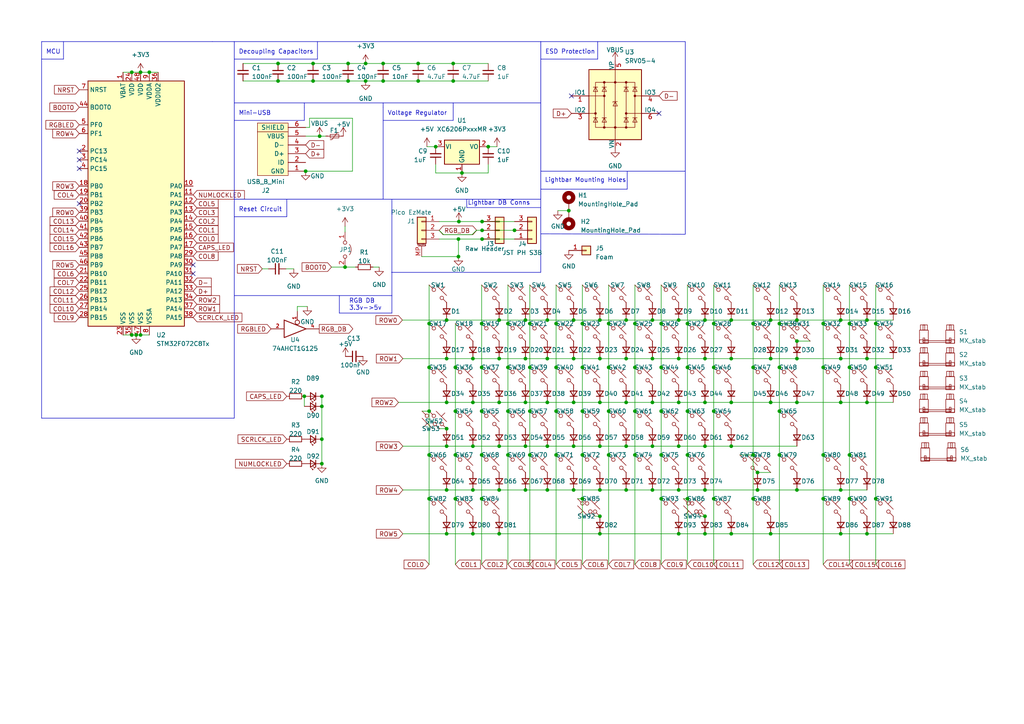
<source format=kicad_sch>
(kicad_sch (version 20230221) (generator eeschema)
  (paper "A4")
  (junction (at 137.16 129.413))
  (junction (at 93.345 127.381))
  (junction (at 152.4 116.713))
  (junction (at 191.77 131.953))
  (junction (at 199.39 144.653))
  (junction (at 124.46 106.553))
  (junction (at 173.99 154.813))
  (junction (at 189.23 92.837))
  (junction (at 132.08 106.553))
  (junction (at 144.78 142.113))
  (junction (at 139.7 144.653))
  (junction (at 168.91 106.553))
  (junction (at 226.06 131.953))
  (junction (at 254 106.553))
  (junction (at 181.61 92.837))
  (junction (at 199.39 93.853))
  (junction (at 158.75 129.413))
  (junction (at 80.645 23.495))
  (junction (at 199.39 131.953))
  (junction (at 189.23 104.013))
  (junction (at 100.965 23.495))
  (junction (at 90.805 18.415))
  (junction (at 161.29 93.853))
  (junction (at 100.965 18.415))
  (junction (at 129.54 104.013))
  (junction (at 184.15 93.853))
  (junction (at 219.71 137.033))
  (junction (at 38.227 97.155))
  (junction (at 196.85 104.013))
  (junction (at 238.76 93.853))
  (junction (at 196.85 129.413))
  (junction (at 152.4 104.013))
  (junction (at 251.46 92.837))
  (junction (at 243.84 154.813))
  (junction (at 161.29 131.953))
  (junction (at 204.47 154.813))
  (junction (at 191.77 106.553))
  (junction (at 173.99 129.413))
  (junction (at 168.91 93.853))
  (junction (at 161.29 119.253))
  (junction (at 158.75 116.713))
  (junction (at 149.225 66.802))
  (junction (at 173.99 92.837))
  (junction (at 132.08 131.953))
  (junction (at 129.54 154.813))
  (junction (at 243.84 116.713))
  (junction (at 166.37 142.113))
  (junction (at 144.78 129.413))
  (junction (at 133.096 64.262))
  (junction (at 147.32 131.953))
  (junction (at 196.85 92.837))
  (junction (at 92.71 39.497))
  (junction (at 139.7 93.853))
  (junction (at 168.91 144.653))
  (junction (at 40.767 97.155))
  (junction (at 212.09 104.013))
  (junction (at 93.345 117.856))
  (junction (at 106.045 18.415))
  (junction (at 132.969 69.342))
  (junction (at 158.75 142.113))
  (junction (at 39.497 97.155))
  (junction (at 158.75 92.837))
  (junction (at 219.71 142.113))
  (junction (at 38.227 20.955))
  (junction (at 173.99 116.713))
  (junction (at 231.14 116.713))
  (junction (at 218.44 144.653))
  (junction (at 121.285 18.415))
  (junction (at 184.15 119.253))
  (junction (at 199.39 106.553))
  (junction (at 204.47 92.837))
  (junction (at 144.78 116.713))
  (junction (at 100.076 77.47))
  (junction (at 176.53 93.853))
  (junction (at 218.44 93.853))
  (junction (at 223.52 154.813))
  (junction (at 153.67 106.553))
  (junction (at 88.265 114.935))
  (junction (at 90.805 23.495))
  (junction (at 173.99 142.113))
  (junction (at 243.84 142.113))
  (junction (at 168.91 131.953))
  (junction (at 152.4 129.413))
  (junction (at 132.969 74.422))
  (junction (at 131.445 18.415))
  (junction (at 204.47 116.713))
  (junction (at 168.91 119.253))
  (junction (at 164.973 61.087))
  (junction (at 129.54 129.413))
  (junction (at 231.14 92.837))
  (junction (at 147.32 93.853))
  (junction (at 212.09 129.413))
  (junction (at 126.365 42.545))
  (junction (at 181.61 104.013))
  (junction (at 152.4 142.113))
  (junction (at 137.16 104.013))
  (junction (at 238.76 144.653))
  (junction (at 212.09 116.713))
  (junction (at 191.77 119.253))
  (junction (at 191.77 93.853))
  (junction (at 166.37 92.837))
  (junction (at 226.06 119.253))
  (junction (at 191.77 144.653))
  (junction (at 137.16 154.813))
  (junction (at 173.99 149.733))
  (junction (at 139.7 106.553))
  (junction (at 139.7 119.253))
  (junction (at 254 144.653))
  (junction (at 124.46 144.653))
  (junction (at 153.67 119.253))
  (junction (at 181.61 142.113))
  (junction (at 189.23 116.713))
  (junction (at 124.46 119.253))
  (junction (at 251.46 104.013))
  (junction (at 218.44 106.553))
  (junction (at 144.78 104.013))
  (junction (at 139.7 131.953))
  (junction (at 111.125 18.415))
  (junction (at 93.345 134.493))
  (junction (at 243.84 104.013))
  (junction (at 207.01 144.653))
  (junction (at 158.75 104.013))
  (junction (at 238.76 106.553))
  (junction (at 246.38 131.953))
  (junction (at 189.23 129.413))
  (junction (at 184.15 131.953))
  (junction (at 88.646 49.657))
  (junction (at 40.767 20.955))
  (junction (at 212.09 92.837))
  (junction (at 196.85 142.113))
  (junction (at 184.15 106.553))
  (junction (at 152.4 92.837))
  (junction (at 176.53 131.953))
  (junction (at 223.52 104.013))
  (junction (at 43.307 20.955))
  (junction (at 231.14 104.013))
  (junction (at 111.125 23.495))
  (junction (at 218.44 131.953))
  (junction (at 93.345 114.935))
  (junction (at 121.285 23.495))
  (junction (at 223.52 92.837))
  (junction (at 141.605 42.545))
  (junction (at 251.46 154.813))
  (junction (at 137.16 142.113))
  (junction (at 132.08 144.653))
  (junction (at 124.46 93.853))
  (junction (at 207.01 106.553))
  (junction (at 246.38 106.553))
  (junction (at 196.85 116.713))
  (junction (at 139.827 64.262))
  (junction (at 243.84 92.837))
  (junction (at 254 93.853))
  (junction (at 139.827 66.802))
  (junction (at 204.47 142.113))
  (junction (at 153.67 93.853))
  (junction (at 144.78 92.837))
  (junction (at 147.32 106.553))
  (junction (at 153.67 131.953))
  (junction (at 204.47 104.013))
  (junction (at 231.14 98.933))
  (junction (at 223.52 116.713))
  (junction (at 181.61 129.413))
  (junction (at 199.39 119.253))
  (junction (at 161.29 106.553))
  (junction (at 246.38 144.653))
  (junction (at 251.46 116.713))
  (junction (at 166.37 129.413))
  (junction (at 207.01 93.853))
  (junction (at 137.16 116.713))
  (junction (at 132.08 119.253))
  (junction (at 80.645 18.415))
  (junction (at 131.445 23.495))
  (junction (at 166.37 116.713))
  (junction (at 246.38 93.853))
  (junction (at 226.06 93.853))
  (junction (at 124.46 131.953))
  (junction (at 204.47 129.413))
  (junction (at 129.54 116.713))
  (junction (at 204.47 149.733))
  (junction (at 176.53 106.553))
  (junction (at 106.045 23.495))
  (junction (at 129.54 142.113))
  (junction (at 176.53 119.253))
  (junction (at 129.54 92.837))
  (junction (at 207.01 119.253))
  (junction (at 181.61 116.713))
  (junction (at 173.99 104.013))
  (junction (at 129.54 124.333))
  (junction (at 144.78 154.813))
  (junction (at 147.32 119.253))
  (junction (at 238.76 131.953))
  (junction (at 189.23 142.113))
  (junction (at 166.37 104.013))
  (junction (at 139.827 69.342))
  (junction (at 133.985 50.165))
  (junction (at 196.85 154.813))
  (junction (at 231.14 142.113))
  (junction (at 212.09 154.813))
  (junction (at 226.06 106.553))
  (no_connect (at 22.987 46.355))
  (no_connect (at 56.007 76.835))
  (no_connect (at 165.735 27.813))
  (no_connect (at 22.987 43.815))
  (no_connect (at 22.987 59.055))
  (no_connect (at 22.987 48.895))
  (no_connect (at 191.135 32.893))
  (no_connect (at 56.007 79.375))
  (wire (pts (xy 153.67 119.253) (xy 153.67 131.953)))
  (wire (pts (xy 70.485 18.415) (xy 80.645 18.415)))
  (wire (pts (xy 204.47 154.813) (xy 212.09 154.813)))
  (polyline (pts (xy 156.845 29.845) (xy 156.845 57.785)))
  (polyline (pts (xy 111.125 34.925) (xy 131.445 34.925)))
  (wire (pts (xy 127.381 69.342) (xy 132.969 69.342)))
  (wire (pts (xy 139.7 144.653) (xy 139.7 163.703)))
  (wire (pts (xy 139.827 64.262) (xy 149.225 64.262)))
  (wire (pts (xy 116.84 104.013) (xy 129.54 104.013)))
  (wire (pts (xy 246.38 131.953) (xy 246.38 144.653)))
  (wire (pts (xy 35.687 20.955) (xy 38.227 20.955)))
  (wire (pts (xy 226.06 93.853) (xy 229.87 93.853)))
  (wire (pts (xy 121.285 23.495) (xy 131.445 23.495)))
  (wire (pts (xy 127.508 124.333) (xy 129.54 124.333)))
  (wire (pts (xy 147.32 93.853) (xy 147.32 106.553)))
  (wire (pts (xy 158.75 92.837) (xy 166.37 92.837)))
  (wire (pts (xy 96.139 77.47) (xy 100.076 77.47)))
  (wire (pts (xy 139.7 93.853) (xy 139.7 106.553)))
  (wire (pts (xy 144.78 104.013) (xy 152.4 104.013)))
  (wire (pts (xy 191.77 82.677) (xy 191.77 93.853)))
  (wire (pts (xy 40.767 97.155) (xy 43.307 97.155)))
  (wire (pts (xy 173.99 129.413) (xy 181.61 129.413)))
  (polyline (pts (xy 83.185 62.865) (xy 83.185 57.785)))
  (wire (pts (xy 132.08 131.953) (xy 132.08 144.653)))
  (polyline (pts (xy 131.445 34.925) (xy 131.445 31.115)))
  (wire (pts (xy 184.15 119.253) (xy 184.15 131.953)))
  (wire (pts (xy 124.46 119.253) (xy 124.46 131.953)))
  (wire (pts (xy 203.327 149.733) (xy 204.47 149.733)))
  (wire (pts (xy 173.99 104.013) (xy 181.61 104.013)))
  (wire (pts (xy 243.84 142.113) (xy 251.46 142.113)))
  (wire (pts (xy 204.47 104.013) (xy 212.09 104.013)))
  (polyline (pts (xy 12.065 12.065) (xy 12.065 121.285)))
  (wire (pts (xy 35.687 97.155) (xy 38.227 97.155)))
  (wire (pts (xy 167.513 144.653) (xy 168.91 144.653)))
  (polyline (pts (xy 156.845 12.065) (xy 156.845 29.845)))
  (wire (pts (xy 181.61 129.413) (xy 189.23 129.413)))
  (wire (pts (xy 127.381 64.262) (xy 133.096 64.262)))
  (wire (pts (xy 88.646 36.957) (xy 89.789 36.957)))
  (wire (pts (xy 168.91 106.553) (xy 168.91 119.253)))
  (wire (pts (xy 129.54 142.113) (xy 137.16 142.113)))
  (polyline (pts (xy 98.425 90.805) (xy 113.665 90.805)))
  (wire (pts (xy 181.61 104.013) (xy 189.23 104.013)))
  (wire (pts (xy 129.54 104.013) (xy 137.16 104.013)))
  (wire (pts (xy 158.75 116.713) (xy 166.37 116.713)))
  (wire (pts (xy 89.789 34.29) (xy 102.235 34.29)))
  (wire (pts (xy 144.78 92.837) (xy 152.4 92.837)))
  (wire (pts (xy 124.46 93.853) (xy 124.46 106.553)))
  (wire (pts (xy 129.54 92.837) (xy 144.78 92.837)))
  (wire (pts (xy 251.46 92.837) (xy 259.08 92.837)))
  (wire (pts (xy 176.53 82.677) (xy 176.53 93.853)))
  (polyline (pts (xy 173.355 17.145) (xy 173.355 12.065)))
  (polyline (pts (xy 12.065 121.285) (xy 67.945 121.285)))
  (wire (pts (xy 39.497 97.155) (xy 40.767 97.155)))
  (wire (pts (xy 166.37 129.413) (xy 173.99 129.413)))
  (wire (pts (xy 226.06 82.677) (xy 226.06 93.853)))
  (wire (pts (xy 212.09 92.837) (xy 223.52 92.837)))
  (wire (pts (xy 131.445 23.495) (xy 141.605 23.495)))
  (wire (pts (xy 92.71 39.497) (xy 94.488 39.497)))
  (wire (pts (xy 251.46 116.713) (xy 259.08 116.713)))
  (wire (pts (xy 204.47 154.813) (xy 196.85 154.813)))
  (polyline (pts (xy 156.845 54.864) (xy 181.9148 54.864)))
  (wire (pts (xy 181.61 116.713) (xy 189.23 116.713)))
  (wire (pts (xy 219.71 137.033) (xy 223.52 137.033)))
  (wire (pts (xy 152.4 142.113) (xy 158.75 142.113)))
  (wire (pts (xy 214.63 131.953) (xy 218.44 131.953)))
  (wire (pts (xy 246.38 144.653) (xy 246.38 163.703)))
  (wire (pts (xy 132.969 69.342) (xy 132.969 74.422)))
  (wire (pts (xy 251.46 104.013) (xy 259.08 104.013)))
  (wire (pts (xy 138.176 66.802) (xy 139.827 66.802)))
  (wire (pts (xy 115.57 116.713) (xy 129.54 116.713)))
  (wire (pts (xy 137.16 154.813) (xy 144.78 154.813)))
  (wire (pts (xy 133.096 64.262) (xy 139.827 64.262)))
  (polyline (pts (xy 67.945 57.785) (xy 111.125 57.785)))
  (wire (pts (xy 123.825 42.545) (xy 126.365 42.545)))
  (wire (pts (xy 254 82.677) (xy 254 93.853)))
  (polyline (pts (xy 156.845 78.994) (xy 156.845 67.818)))
  (wire (pts (xy 166.37 104.013) (xy 173.99 104.013)))
  (wire (pts (xy 124.46 106.553) (xy 124.46 119.253)))
  (wire (pts (xy 139.7 119.253) (xy 139.7 131.953)))
  (wire (pts (xy 139.7 106.553) (xy 139.7 119.253)))
  (polyline (pts (xy 181.9148 54.864) (xy 181.9148 49.6824)))
  (polyline (pts (xy 131.445 29.845) (xy 131.445 31.115)))
  (wire (pts (xy 181.61 142.113) (xy 189.23 142.113)))
  (wire (pts (xy 90.805 18.415) (xy 100.965 18.415)))
  (wire (pts (xy 43.307 20.955) (xy 45.847 20.955)))
  (wire (pts (xy 212.09 129.413) (xy 231.14 129.413)))
  (wire (pts (xy 196.85 142.113) (xy 204.47 142.113)))
  (wire (pts (xy 199.39 119.253) (xy 199.39 131.953)))
  (wire (pts (xy 132.08 119.253) (xy 132.08 131.953)))
  (wire (pts (xy 218.44 106.553) (xy 218.44 131.953)))
  (wire (pts (xy 173.99 92.837) (xy 181.61 92.837)))
  (wire (pts (xy 153.67 93.853) (xy 153.67 106.553)))
  (wire (pts (xy 173.99 142.113) (xy 181.61 142.113)))
  (wire (pts (xy 168.91 131.953) (xy 168.91 144.653)))
  (wire (pts (xy 204.47 92.837) (xy 212.09 92.837)))
  (wire (pts (xy 93.345 114.935) (xy 93.345 117.856)))
  (wire (pts (xy 191.77 106.553) (xy 191.77 119.253)))
  (wire (pts (xy 147.32 106.553) (xy 147.32 119.253)))
  (wire (pts (xy 116.84 142.113) (xy 129.54 142.113)))
  (wire (pts (xy 141.605 50.165) (xy 133.985 50.165)))
  (wire (pts (xy 139.827 69.342) (xy 149.225 69.342)))
  (wire (pts (xy 141.605 47.625) (xy 141.605 50.165)))
  (wire (pts (xy 243.84 154.813) (xy 223.52 154.813)))
  (wire (pts (xy 254 106.553) (xy 254 144.653)))
  (wire (pts (xy 149.225 66.802) (xy 149.352 66.802)))
  (wire (pts (xy 89.789 34.29) (xy 89.789 36.957)))
  (wire (pts (xy 238.76 144.653) (xy 238.76 163.703)))
  (wire (pts (xy 226.06 106.553) (xy 226.06 119.253)))
  (wire (pts (xy 191.77 93.853) (xy 191.77 106.553)))
  (wire (pts (xy 189.23 116.713) (xy 196.85 116.713)))
  (wire (pts (xy 199.39 131.953) (xy 199.39 144.653)))
  (polyline (pts (xy 156.845 12.065) (xy 156.845 67.818)))
  (wire (pts (xy 152.4 129.413) (xy 158.75 129.413)))
  (wire (pts (xy 181.61 92.837) (xy 189.23 92.837)))
  (wire (pts (xy 196.85 92.837) (xy 204.47 92.837)))
  (wire (pts (xy 153.67 131.953) (xy 153.67 163.703)))
  (wire (pts (xy 218.44 82.677) (xy 218.44 93.853)))
  (wire (pts (xy 128.651 68.072) (xy 127.381 66.802)))
  (wire (pts (xy 204.47 116.713) (xy 212.09 116.713)))
  (wire (pts (xy 199.39 93.853) (xy 199.39 106.553)))
  (wire (pts (xy 207.01 119.253) (xy 207.01 144.653)))
  (wire (pts (xy 168.91 144.653) (xy 168.91 163.703)))
  (wire (pts (xy 173.99 116.713) (xy 181.61 116.713)))
  (wire (pts (xy 38.227 97.155) (xy 39.497 97.155)))
  (wire (pts (xy 82.931 77.978) (xy 85.217 77.978)))
  (wire (pts (xy 132.08 93.853) (xy 132.08 106.553)))
  (polyline (pts (xy 111.125 57.785) (xy 111.125 31.115)))
  (polyline (pts (xy 156.845 49.657) (xy 198.755 49.657)))
  (wire (pts (xy 219.71 142.113) (xy 231.14 142.113)))
  (wire (pts (xy 88.265 114.935) (xy 88.265 117.856)))
  (wire (pts (xy 161.29 106.553) (xy 161.29 119.253)))
  (wire (pts (xy 161.29 131.953) (xy 161.29 163.703)))
  (wire (pts (xy 246.38 82.677) (xy 246.38 93.853)))
  (wire (pts (xy 153.67 106.553) (xy 153.67 119.253)))
  (wire (pts (xy 40.767 20.955) (xy 43.307 20.955)))
  (wire (pts (xy 161.29 82.677) (xy 161.29 93.853)))
  (wire (pts (xy 108.204 77.47) (xy 109.982 77.47)))
  (wire (pts (xy 251.46 154.813) (xy 243.84 154.813)))
  (wire (pts (xy 144.78 142.113) (xy 152.4 142.113)))
  (wire (pts (xy 122.301 74.422) (xy 132.969 74.422)))
  (polyline (pts (xy 198.755 67.945) (xy 198.755 12.065)))
  (wire (pts (xy 152.4 92.837) (xy 158.75 92.837)))
  (polyline (pts (xy 92.075 12.065) (xy 92.075 17.145)))
  (wire (pts (xy 189.23 104.013) (xy 196.85 104.013)))
  (wire (pts (xy 93.345 117.856) (xy 93.345 127.381)))
  (wire (pts (xy 100.965 18.415) (xy 106.045 18.415)))
  (wire (pts (xy 196.85 129.413) (xy 204.47 129.413)))
  (wire (pts (xy 147.32 82.677) (xy 147.32 93.853)))
  (polyline (pts (xy 113.665 57.785) (xy 113.665 85.725)))
  (wire (pts (xy 191.77 144.653) (xy 191.77 163.703)))
  (wire (pts (xy 124.46 131.953) (xy 124.46 144.653)))
  (wire (pts (xy 191.77 131.953) (xy 191.77 144.653)))
  (wire (pts (xy 116.713 92.837) (xy 129.54 92.837)))
  (polyline (pts (xy 113.665 90.805) (xy 113.665 85.725)))
  (wire (pts (xy 204.47 129.413) (xy 212.09 129.413)))
  (polyline (pts (xy 67.945 34.925) (xy 88.265 34.925)))
  (wire (pts (xy 158.75 142.113) (xy 166.37 142.113)))
  (wire (pts (xy 129.54 116.713) (xy 137.16 116.713)))
  (wire (pts (xy 246.38 106.553) (xy 246.38 131.953)))
  (wire (pts (xy 196.85 154.813) (xy 173.99 154.813)))
  (wire (pts (xy 100.965 23.495) (xy 106.045 23.495)))
  (wire (pts (xy 184.15 106.553) (xy 184.15 119.253)))
  (wire (pts (xy 144.78 154.813) (xy 173.99 154.813)))
  (wire (pts (xy 243.84 92.837) (xy 251.46 92.837)))
  (wire (pts (xy 254 93.853) (xy 254 106.553)))
  (wire (pts (xy 231.14 116.713) (xy 243.84 116.713)))
  (wire (pts (xy 121.285 18.415) (xy 131.445 18.415)))
  (wire (pts (xy 111.125 18.415) (xy 121.285 18.415)))
  (wire (pts (xy 139.7 82.677) (xy 139.7 93.853)))
  (wire (pts (xy 212.09 154.813) (xy 223.52 154.813)))
  (polyline (pts (xy 67.945 17.145) (xy 92.075 17.145)))
  (polyline (pts (xy 67.945 121.285) (xy 67.945 12.065)))
  (wire (pts (xy 198.247 144.653) (xy 199.39 144.653)))
  (wire (pts (xy 196.85 104.013) (xy 204.47 104.013)))
  (wire (pts (xy 161.29 119.253) (xy 161.29 131.953)))
  (polyline (pts (xy 12.065 17.145) (xy 18.415 17.145)))
  (wire (pts (xy 153.67 82.677) (xy 153.67 93.853)))
  (wire (pts (xy 126.365 50.165) (xy 126.365 47.625)))
  (wire (pts (xy 152.4 116.713) (xy 158.75 116.713)))
  (wire (pts (xy 161.29 93.853) (xy 161.29 106.553)))
  (wire (pts (xy 139.827 66.802) (xy 149.225 66.802)))
  (wire (pts (xy 129.54 129.413) (xy 137.16 129.413)))
  (wire (pts (xy 189.23 142.113) (xy 196.85 142.113)))
  (wire (pts (xy 139.7 131.953) (xy 139.7 144.653)))
  (wire (pts (xy 191.77 119.253) (xy 191.77 131.953)))
  (wire (pts (xy 102.235 49.657) (xy 88.646 49.657)))
  (polyline (pts (xy 198.755 12.065) (xy 156.845 12.065)))
  (wire (pts (xy 189.23 129.413) (xy 196.85 129.413)))
  (wire (pts (xy 212.09 116.713) (xy 223.52 116.713)))
  (wire (pts (xy 166.37 116.713) (xy 173.99 116.713)))
  (wire (pts (xy 199.39 106.553) (xy 199.39 119.253)))
  (wire (pts (xy 128.651 68.072) (xy 136.906 68.072)))
  (wire (pts (xy 243.84 116.713) (xy 251.46 116.713)))
  (wire (pts (xy 184.15 131.953) (xy 184.15 163.703)))
  (wire (pts (xy 137.16 142.113) (xy 144.78 142.113)))
  (wire (pts (xy 251.46 154.813) (xy 259.08 154.813)))
  (wire (pts (xy 129.54 154.813) (xy 116.84 154.813)))
  (wire (pts (xy 172.593 149.733) (xy 173.99 149.733)))
  (wire (pts (xy 147.32 119.253) (xy 147.32 131.953)))
  (wire (pts (xy 218.44 144.653) (xy 218.44 163.703)))
  (wire (pts (xy 226.06 131.953) (xy 226.06 163.703)))
  (polyline (pts (xy 135.382 60.198) (xy 135.382 57.785)))
  (wire (pts (xy 102.235 34.29) (xy 102.235 49.657)))
  (wire (pts (xy 122.428 119.253) (xy 124.46 119.253)))
  (wire (pts (xy 176.53 106.553) (xy 176.53 119.253)))
  (wire (pts (xy 176.53 119.253) (xy 176.53 131.953)))
  (wire (pts (xy 231.14 104.013) (xy 243.84 104.013)))
  (polyline (pts (xy 61.595 12.065) (xy 12.065 12.065)))
  (wire (pts (xy 254 144.653) (xy 254 163.703)))
  (wire (pts (xy 223.52 92.837) (xy 231.14 92.837)))
  (wire (pts (xy 132.08 106.553) (xy 132.08 119.253)))
  (polyline (pts (xy 156.845 78.994) (xy 113.538 78.994)))
  (wire (pts (xy 132.08 144.653) (xy 132.08 163.703)))
  (wire (pts (xy 86.233 88.9) (xy 89.154 88.9)))
  (wire (pts (xy 207.01 93.853) (xy 207.01 106.553)))
  (wire (pts (xy 93.345 127.381) (xy 93.345 134.493)))
  (wire (pts (xy 138.176 66.802) (xy 136.906 68.072)))
  (wire (pts (xy 176.53 131.953) (xy 176.53 163.703)))
  (wire (pts (xy 93.345 114.808) (xy 93.345 114.935)))
  (wire (pts (xy 168.91 82.677) (xy 168.91 93.853)))
  (wire (pts (xy 137.16 104.013) (xy 144.78 104.013)))
  (wire (pts (xy 137.16 116.713) (xy 144.78 116.713)))
  (wire (pts (xy 199.39 144.653) (xy 199.39 163.703)))
  (wire (pts (xy 223.52 104.013) (xy 231.14 104.013)))
  (wire (pts (xy 223.52 116.713) (xy 231.14 116.713)))
  (wire (pts (xy 100.076 77.47) (xy 103.124 77.47)))
  (wire (pts (xy 80.645 23.495) (xy 90.805 23.495)))
  (wire (pts (xy 116.84 129.413) (xy 129.54 129.413)))
  (wire (pts (xy 152.4 104.013) (xy 158.75 104.013)))
  (polyline (pts (xy 67.945 62.865) (xy 83.185 62.865)))
  (wire (pts (xy 90.805 23.495) (xy 100.965 23.495)))
  (wire (pts (xy 38.227 20.955) (xy 40.767 20.955)))
  (wire (pts (xy 238.76 93.853) (xy 238.76 106.553)))
  (polyline (pts (xy 111.125 29.845) (xy 111.125 31.115)))
  (polyline (pts (xy 88.265 34.925) (xy 88.265 31.115)))
  (polyline (pts (xy 156.845 29.845) (xy 67.945 29.845)))
  (polyline (pts (xy 98.425 90.805) (xy 98.425 85.725)))
  (wire (pts (xy 144.78 129.413) (xy 152.4 129.413)))
  (wire (pts (xy 141.605 42.545) (xy 144.145 42.545)))
  (polyline (pts (xy 113.665 57.785) (xy 67.945 57.785)))
  (polyline (pts (xy 67.945 12.065) (xy 156.845 12.065)))
  (wire (pts (xy 76.073 77.978) (xy 77.851 77.978)))
  (wire (pts (xy 88.646 39.497) (xy 92.71 39.497)))
  (wire (pts (xy 158.75 129.413) (xy 166.37 129.413)))
  (polyline (pts (xy 18.415 12.065) (xy 18.415 17.145)))
  (wire (pts (xy 238.76 131.953) (xy 238.76 144.653)))
  (wire (pts (xy 243.84 104.013) (xy 251.46 104.013)))
  (wire (pts (xy 86.233 88.9) (xy 86.233 90.297)))
  (wire (pts (xy 207.01 144.653) (xy 207.01 163.703)))
  (wire (pts (xy 124.46 82.677) (xy 124.46 93.853)))
  (wire (pts (xy 166.37 92.837) (xy 173.99 92.837)))
  (wire (pts (xy 144.78 116.713) (xy 152.4 116.713)))
  (wire (pts (xy 161.798 61.087) (xy 164.973 61.087)))
  (wire (pts (xy 124.46 144.653) (xy 124.46 163.703)))
  (wire (pts (xy 238.76 106.553) (xy 238.76 131.953)))
  (polyline (pts (xy 61.595 12.065) (xy 67.945 12.065)))
  (wire (pts (xy 207.01 106.553) (xy 207.01 119.253)))
  (wire (pts (xy 131.445 18.415) (xy 141.605 18.415)))
  (wire (pts (xy 226.06 93.853) (xy 226.06 106.553)))
  (polyline (pts (xy 156.845 17.145) (xy 173.355 17.145)))
  (polyline (pts (xy 67.945 85.725) (xy 113.665 85.725)))
  (polyline (pts (xy 156.845 67.818) (xy 198.755 67.945)))
  (wire (pts (xy 204.47 142.113) (xy 219.71 142.113)))
  (wire (pts (xy 137.16 129.413) (xy 144.78 129.413)))
  (wire (pts (xy 70.485 23.495) (xy 80.645 23.495)))
  (wire (pts (xy 80.645 18.415) (xy 90.805 18.415)))
  (wire (pts (xy 133.985 50.165) (xy 126.365 50.165)))
  (wire (pts (xy 111.125 23.495) (xy 121.285 23.495)))
  (wire (pts (xy 168.91 119.253) (xy 168.91 131.953)))
  (wire (pts (xy 238.76 82.677) (xy 238.76 93.853)))
  (wire (pts (xy 212.09 104.013) (xy 223.52 104.013)))
  (wire (pts (xy 231.14 92.837) (xy 243.84 92.837)))
  (wire (pts (xy 176.53 93.853) (xy 176.53 106.553)))
  (wire (pts (xy 226.06 119.253) (xy 226.06 131.953)))
  (wire (pts (xy 196.85 116.713) (xy 204.47 116.713)))
  (wire (pts (xy 129.54 154.813) (xy 137.16 154.813)))
  (wire (pts (xy 218.44 131.953) (xy 218.44 144.653)))
  (wire (pts (xy 184.15 93.853) (xy 184.15 106.553)))
  (wire (pts (xy 147.32 131.953) (xy 147.32 163.703)))
  (wire (pts (xy 100.076 65.659) (xy 100.076 67.31)))
  (wire (pts (xy 166.37 142.113) (xy 173.99 142.113)))
  (wire (pts (xy 231.14 98.933) (xy 234.95 98.933)))
  (wire (pts (xy 246.38 93.853) (xy 246.38 106.553)))
  (wire (pts (xy 207.01 82.677) (xy 207.01 93.853)))
  (wire (pts (xy 168.91 93.853) (xy 168.91 106.553)))
  (wire (pts (xy 132.969 69.342) (xy 139.827 69.342)))
  (wire (pts (xy 158.75 104.013) (xy 166.37 104.013)))
  (polyline (pts (xy 156.845 57.785) (xy 113.665 57.785)))
  (polyline (pts (xy 135.382 60.198) (xy 156.845 60.198)))
  (wire (pts (xy 106.045 23.495) (xy 111.125 23.495)))
  (wire (pts (xy 184.15 82.677) (xy 184.15 93.853)))
  (wire (pts (xy 218.44 93.853) (xy 218.44 106.553)))
  (wire (pts (xy 199.39 82.677) (xy 199.39 93.853)))
  (polyline (pts (xy 88.265 29.845) (xy 88.265 31.115)))
  (wire (pts (xy 231.14 142.113) (xy 243.84 142.113)))
  (wire (pts (xy 106.045 18.415) (xy 111.125 18.415)))
  (wire (pts (xy 189.23 92.837) (xy 196.85 92.837)))
  (text "RGB DB\n3.3v->5v" (at 101.219 90.17 0) (effects (font (size 1.27 1.27)) (justify left bottom)))
  (text "Mini-USB" (at 69.215 33.655 0) (effects (font (size 1.27 1.27)) (justify left bottom)))
  (text "MCU" (at 13.335 15.875 0) (effects (font (size 1.27 1.27)) (justify left bottom)))
  (text "ESD Protection\n" (at 158.115 15.875 0) (effects (font (size 1.27 1.27)) (justify left bottom)))
  (text "Voltage Regulator" (at 112.395 33.655 0) (effects (font (size 1.27 1.27)) (justify left bottom)))
  (text "Lightbar Mounting Holes\n" (at 157.988 53.086 0) (effects (font (size 1.27 1.27)) (justify left bottom)))
  (text "Lightbar DB Conns" (at 135.636 59.69 0) (effects (font (size 1.27 1.27)) (justify left bottom)))
  (text "Reset Circuit" (at 69.215 61.595 0) (effects (font (size 1.27 1.27)) (justify left bottom)))
  (text "Decoupling Capacitors\n" (at 69.215 15.875 0) (effects (font (size 1.27 1.27)) (justify left bottom)))
  (global_label "ROW3" (shape input) (at 22.987 53.975 180) (property "Intersheetrefs" "${INTERSHEET_REFS}" (effects hide)))
  (global_label "NRST" (shape input) (at 22.987 26.035 180) (property "Intersheetrefs" "${INTERSHEET_REFS}" (effects hide)))
  (global_label "RGBLED" (shape input) (at 22.987 36.195 180) (property "Intersheetrefs" "${INTERSHEET_REFS}" (effects hide)))
  (global_label "COL6" (shape input) (at 168.91 163.703 0) (property "Intersheetrefs" "${INTERSHEET_REFS}" (effects hide)))
  (global_label "COL9" (shape input) (at 191.77 163.703 0) (property "Intersheetrefs" "${INTERSHEET_REFS}" (effects hide)))
  (global_label "COL10" (shape input) (at 199.39 163.703 0) (property "Intersheetrefs" "${INTERSHEET_REFS}" (effects hide)))
  (global_label "D-" (shape input) (at 191.135 27.813 0) (property "Intersheetrefs" "${INTERSHEET_REFS}" (effects hide)))
  (global_label "D+" (shape input) (at 165.735 32.893 180) (property "Intersheetrefs" "${INTERSHEET_REFS}" (effects hide)))
  (global_label "RGBLED" (shape input) (at 78.613 95.377 180) (property "Intersheetrefs" "${INTERSHEET_REFS}" (effects hide)))
  (global_label "D+" (shape input) (at 56.007 84.455 0) (property "Intersheetrefs" "${INTERSHEET_REFS}" (effects hide)))
  (global_label "COL13" (shape input) (at 22.987 64.135 180) (property "Intersheetrefs" "${INTERSHEET_REFS}" (effects hide)))
  (global_label "COL7" (shape input) (at 22.987 81.915 180) (property "Intersheetrefs" "${INTERSHEET_REFS}" (effects hide)))
  (global_label "COL5" (shape input) (at 161.29 163.703 0) (property "Intersheetrefs" "${INTERSHEET_REFS}" (effects hide)))
  (global_label "COL0" (shape input) (at 56.007 69.215 0) (property "Intersheetrefs" "${INTERSHEET_REFS}" (effects hide)))
  (global_label "COL16" (shape input) (at 254 163.703 0) (property "Intersheetrefs" "${INTERSHEET_REFS}" (effects hide)))
  (global_label "ROW0" (shape input) (at 116.713 92.837 180) (property "Intersheetrefs" "${INTERSHEET_REFS}" (effects hide)))
  (global_label "COL9" (shape input) (at 22.987 92.075 180) (property "Intersheetrefs" "${INTERSHEET_REFS}" (effects hide)))
  (global_label "NUMLOCKLED" (shape input) (at 83.185 134.493 180) (property "Intersheetrefs" "${INTERSHEET_REFS}" (effects hide)))
  (global_label "ROW5" (shape input) (at 116.84 154.813 180) (property "Intersheetrefs" "${INTERSHEET_REFS}" (effects hide)))
  (global_label "COL15" (shape input) (at 22.987 69.215 180) (property "Intersheetrefs" "${INTERSHEET_REFS}" (effects hide)))
  (global_label "COL6" (shape input) (at 22.987 79.375 180) (property "Intersheetrefs" "${INTERSHEET_REFS}" (effects hide)))
  (global_label "COL1" (shape input) (at 56.007 66.675 0) (property "Intersheetrefs" "${INTERSHEET_REFS}" (effects hide)))
  (global_label "ROW1" (shape input) (at 56.007 89.535 0) (property "Intersheetrefs" "${INTERSHEET_REFS}" (effects hide)))
  (global_label "ROW1" (shape input) (at 116.84 104.013 180) (property "Intersheetrefs" "${INTERSHEET_REFS}" (effects hide)))
  (global_label "COL16" (shape input) (at 22.987 71.755 180) (property "Intersheetrefs" "${INTERSHEET_REFS}" (effects hide)))
  (global_label "D-" (shape input) (at 88.646 42.037 0) (property "Intersheetrefs" "${INTERSHEET_REFS}" (effects hide)))
  (global_label "D+" (shape input) (at 88.646 44.577 0) (property "Intersheetrefs" "${INTERSHEET_REFS}" (effects hide)))
  (global_label "CAPS_LED" (shape input) (at 56.007 71.755 0) (property "Intersheetrefs" "${INTERSHEET_REFS}" (effects hide)))
  (global_label "COL4" (shape input) (at 153.67 163.703 0) (property "Intersheetrefs" "${INTERSHEET_REFS}" (effects hide)))
  (global_label "BOOT0" (shape input) (at 22.987 31.115 180) (property "Intersheetrefs" "${INTERSHEET_REFS}" (effects hide)))
  (global_label "COL0" (shape input) (at 124.46 163.703 180) (property "Intersheetrefs" "${INTERSHEET_REFS}" (effects hide)))
  (global_label "COL12" (shape input) (at 218.44 163.703 0) (property "Intersheetrefs" "${INTERSHEET_REFS}" (effects hide)))
  (global_label "SCRLCK_LED" (shape input) (at 56.007 92.075 0) (property "Intersheetrefs" "${INTERSHEET_REFS}" (effects hide)))
  (global_label "CAPS_LED" (shape input) (at 83.185 114.935 180) (property "Intersheetrefs" "${INTERSHEET_REFS}" (effects hide)))
  (global_label "COL13" (shape input) (at 226.06 163.703 0) (property "Intersheetrefs" "${INTERSHEET_REFS}" (effects hide)))
  (global_label "COL1" (shape input) (at 132.08 163.703 0) (property "Intersheetrefs" "${INTERSHEET_REFS}" (effects hide)))
  (global_label "ROW2" (shape input) (at 56.007 86.995 0) (property "Intersheetrefs" "${INTERSHEET_REFS}" (effects hide)))
  (global_label "COL3" (shape input) (at 56.007 61.595 0) (property "Intersheetrefs" "${INTERSHEET_REFS}" (effects hide)))
  (global_label "COL10" (shape input) (at 22.987 89.535 180) (property "Intersheetrefs" "${INTERSHEET_REFS}" (effects hide)))
  (global_label "COL14" (shape input) (at 238.76 163.703 0) (property "Intersheetrefs" "${INTERSHEET_REFS}" (effects hide)))
  (global_label "D-" (shape input) (at 56.007 81.915 0) (property "Intersheetrefs" "${INTERSHEET_REFS}" (effects hide)))
  (global_label "ROW2" (shape input) (at 115.57 116.713 180) (property "Intersheetrefs" "${INTERSHEET_REFS}" (effects hide)))
  (global_label "COL5" (shape input) (at 56.007 59.055 0) (property "Intersheetrefs" "${INTERSHEET_REFS}" (effects hide)))
  (global_label "ROW3" (shape input) (at 116.84 129.413 180) (property "Intersheetrefs" "${INTERSHEET_REFS}" (effects hide)))
  (global_label "COL14" (shape input) (at 22.987 66.675 180) (property "Intersheetrefs" "${INTERSHEET_REFS}" (effects hide)))
  (global_label "NUMLOCKLED" (shape input) (at 56.007 56.515 0) (property "Intersheetrefs" "${INTERSHEET_REFS}" (effects hide)))
  (global_label "COL4" (shape input) (at 22.987 56.515 180) (property "Intersheetrefs" "${INTERSHEET_REFS}" (effects hide)))
  (global_label "COL12" (shape input) (at 22.987 84.455 180) (property "Intersheetrefs" "${INTERSHEET_REFS}" (effects hide)))
  (global_label "COL11" (shape input) (at 22.987 86.995 180) (property "Intersheetrefs" "${INTERSHEET_REFS}" (effects hide)))
  (global_label "COL2" (shape input) (at 56.007 64.135 0) (property "Intersheetrefs" "${INTERSHEET_REFS}" (effects hide)))
  (global_label "COL7" (shape input) (at 176.53 163.703 0) (property "Intersheetrefs" "${INTERSHEET_REFS}" (effects hide)))
  (global_label "COL8" (shape input) (at 56.007 74.295 0) (property "Intersheetrefs" "${INTERSHEET_REFS}" (effects hide)))
  (global_label "SCRLCK_LED" (shape input) (at 83.185 127.381 180) (property "Intersheetrefs" "${INTERSHEET_REFS}" (effects hide)))
  (global_label "ROW5" (shape input) (at 22.987 76.835 180) (property "Intersheetrefs" "${INTERSHEET_REFS}" (effects hide)))
  (global_label "COL2" (shape input) (at 139.7 163.703 0) (property "Intersheetrefs" "${INTERSHEET_REFS}" (effects hide)))
  (global_label "NRST" (shape input) (at 76.073 77.978 180) (property "Intersheetrefs" "${INTERSHEET_REFS}" (effects hide)))
  (global_label "ROW0" (shape input) (at 22.987 61.595 180) (property "Intersheetrefs" "${INTERSHEET_REFS}" (effects hide)))
  (global_label "COL8" (shape input) (at 184.15 163.703 0) (property "Intersheetrefs" "${INTERSHEET_REFS}" (effects hide)))
  (global_label "BOOT0" (shape input) (at 96.139 77.47 180) (property "Intersheetrefs" "${INTERSHEET_REFS}" (effects hide)))
  (global_label "COL15" (shape input) (at 246.38 163.703 0) (property "Intersheetrefs" "${INTERSHEET_REFS}" (effects hide)))
  (global_label "RGB_DB" (shape bidirectional) (at 127.381 66.802 0) (property "Intersheetrefs" "${INTERSHEET_REFS}" (effects hide)))
  (global_label "RGB_DB" (shape output) (at 92.583 95.377 0) (property "Intersheetrefs" "${INTERSHEET_REFS}" (effects hide)))
  (global_label "ROW4" (shape input) (at 22.987 38.735 180) (property "Intersheetrefs" "${INTERSHEET_REFS}" (effects hide)))
  (global_label "ROW4" (shape input) (at 116.84 142.113 180) (property "Intersheetrefs" "${INTERSHEET_REFS}" (effects hide)))
  (global_label "COL11" (shape input) (at 207.01 163.703 0) (property "Intersheetrefs" "${INTERSHEET_REFS}" (effects hide)))
  (global_label "COL3" (shape input) (at 147.32 163.703 0) (property "Intersheetrefs" "${INTERSHEET_REFS}" (effects hide)))
  (symbol (lib_id "Device:D_Small") (at 212.09 101.473 90) (unit 1)
    (property "Reference" "D28" (at 218.44 101.473 90) (effects (justify right)))
    (property "Value" "D_Small" (effects hide))
    (property "Footprint" "Diode_SMD:D_SOD-123" (effects hide))
    (property "Sim.Device" "D" (effects hide))
    (property "Sim.Pins" "1=K 2=A" (effects hide))
  )
  (symbol (lib_id "Device:D_Small") (at 259.08 90.297 90) (unit 1)
    (property "Reference" "D16" (at 260.35 90.297 90) (effects (justify right)))
    (property "Value" "D_Small" (effects hide))
    (property "Footprint" "Diode_SMD:D_SOD-123" (effects hide))
    (property "Sim.Device" "D" (effects hide))
    (property "Sim.Pins" "1=K 2=A" (effects hide))
  )
  (symbol (lib_id "Device:D_Small") (at 158.75 90.297 90) (unit 1)
    (property "Reference" "D4" (at 160.02 90.297 90) (effects (justify right)))
    (property "Value" "D_Small" (effects hide))
    (property "Footprint" "Diode_SMD:D_SOD-123" (effects hide))
    (property "Sim.Device" "D" (effects hide))
    (property "Sim.Pins" "1=K 2=A" (effects hide))
  )
  (symbol (lib_id "power:GND") (at 109.982 77.47 0) (unit 1)
    (property "Reference" "#PWR020" (effects hide))
    (property "Value" "GND" (at 109.982 82.55 0))
  )
  (symbol (lib_id "Device:D_Small") (at 158.75 126.873 90) (unit 1)
    (property "Reference" "D55" (at 160.02 126.873 90) (effects (justify right)))
    (property "Value" "D_Small" (effects hide))
    (property "Footprint" "Diode_SMD:D_SOD-123" (effects hide))
    (property "Sim.Device" "D" (effects hide))
    (property "Sim.Pins" "1=K 2=A" (effects hide))
  )
  (symbol (lib_id "marbastlib-mx:MX_SW_solder") (at 194.31 121.793 0) (unit 1)
    (property "Reference" "SW62" (at 194.31 119.253 0))
    (property "Value" "MX_SW_solder" (effects hide))
    (property "Footprint" "marbastlib-mx:SW_MX_1u" (effects hide))
  )
  (symbol (lib_id "Device:C_Small") (at 111.125 20.955 0) (unit 1)
    (property "Reference" "C5" (at 113.665 19.6912 0) (effects (justify left)))
    (property "Value" "10nF" (at 113.665 22.2312 0) (effects (justify left)))
    (property "Footprint" "Capacitor_SMD:C_0402_1005Metric" (effects hide))
  )
  (symbol (lib_id "Device:D_Small") (at 137.16 152.273 90) (unit 1)
    (property "Reference" "D80" (at 138.43 152.273 90) (effects (justify right)))
    (property "Value" "D_Small" (effects hide))
    (property "Footprint" "Diode_SMD:D_SOD-123" (effects hide))
    (property "Sim.Device" "D" (effects hide))
    (property "Sim.Pins" "1=K 2=A" (effects hide))
  )
  (symbol (lib_id "power:GND") (at 89.154 88.9 0) (unit 1)
    (property "Reference" "#PWR018" (effects hide))
    (property "Value" "GND" (at 89.154 93.345 0))
  )
  (symbol (lib_id "marbastlib-mx:MX_SW_solder") (at 200.787 147.193 180) (unit 1)
    (property "Reference" "SW94" (at 200.787 149.733 0))
    (property "Value" "MX_SW_solder" (effects hide))
    (property "Footprint" "marbastlib-mx:SW_MX_1u" (effects hide))
  )
  (symbol (lib_id "Device:D_Small") (at 137.16 101.473 90) (unit 1)
    (property "Reference" "D18" (at 138.43 101.473 90) (effects (justify right)))
    (property "Value" "D_Small" (effects hide))
    (property "Footprint" "Diode_SMD:D_SOD-123" (effects hide))
    (property "Sim.Device" "D" (effects hide))
    (property "Sim.Pins" "1=K 2=A" (effects hide))
  )
  (symbol (lib_id "Device:D_Small") (at 173.99 126.873 90) (unit 1)
    (property "Reference" "D57" (at 175.26 126.873 90) (effects (justify right)))
    (property "Value" "D_Small" (effects hide))
    (property "Footprint" "Diode_SMD:D_SOD-123" (effects hide))
    (property "Sim.Device" "D" (effects hide))
    (property "Sim.Pins" "1=K 2=A" (effects hide))
  )
  (symbol (lib_name "GND_3") (lib_id "power:GND") (at 161.798 61.087 0) (mirror y) (unit 1)
    (property "Reference" "#PWR017" (effects hide))
    (property "Value" "GND" (at 161.798 65.659 0))
  )
  (symbol (lib_id "Device:D_Small") (at 212.09 126.873 90) (unit 1)
    (property "Reference" "D62" (at 213.36 126.873 90) (effects (justify right)))
    (property "Value" "D_Small" (effects hide))
    (property "Footprint" "Diode_SMD:D_SOD-123" (effects hide))
    (property "Sim.Device" "D" (effects hide))
    (property "Sim.Pins" "1=K 2=A" (effects hide))
  )
  (symbol (lib_id "Device:D_Small") (at 204.47 101.473 90) (unit 1)
    (property "Reference" "D27" (at 205.74 101.473 90) (effects (justify right)))
    (property "Value" "D_Small" (effects hide))
    (property "Footprint" "Diode_SMD:D_SOD-123" (effects hide))
    (property "Sim.Device" "D" (effects hide))
    (property "Sim.Pins" "1=K 2=A" (effects hide))
  )
  (symbol (lib_id "Device:D_Small") (at 166.37 114.173 90) (unit 1)
    (property "Reference" "D39" (at 167.64 114.173 90) (effects (justify right)))
    (property "Value" "D_Small" (effects hide))
    (property "Footprint" "Diode_SMD:D_SOD-123" (effects hide))
    (property "Sim.Device" "D" (effects hide))
    (property "Sim.Pins" "1=K 2=A" (effects hide))
  )
  (symbol (lib_id "Device:D_Small") (at 212.09 90.297 90) (unit 1)
    (property "Reference" "D11" (at 213.36 90.297 90) (effects (justify right)))
    (property "Value" "D_Small" (effects hide))
    (property "Footprint" "Diode_SMD:D_SOD-123" (effects hide))
    (property "Sim.Device" "D" (effects hide))
    (property "Sim.Pins" "1=K 2=A" (effects hide))
  )
  (symbol (lib_id "marbastlib-mx:MX_SW_solder") (at 228.6 85.217 0) (unit 1)
    (property "Reference" "SW13" (at 228.6 82.677 0))
    (property "Value" "MX_SW_solder" (effects hide))
    (property "Footprint" "marbastlib-mx:SW_MX_1u" (effects hide))
  )
  (symbol (lib_id "marbastlib-mx:MX_SW_solder") (at 201.93 96.393 0) (unit 1)
    (property "Reference" "SW27" (at 201.93 93.853 0))
    (property "Value" "MX_SW_solder" (effects hide))
    (property "Footprint" "marbastlib-mx:SW_MX_1u" (effects hide))
  )
  (symbol (lib_id "marbastlib-mx:MX_SW_solder") (at 163.83 109.093 0) (unit 1)
    (property "Reference" "SW40" (at 163.83 106.553 0))
    (property "Value" "MX_SW_solder" (effects hide))
    (property "Footprint" "marbastlib-mx:SW_MX_1u" (effects hide))
  )
  (symbol (lib_id "Device:D_Small") (at 251.46 101.473 90) (unit 1)
    (property "Reference" "D32" (at 252.73 101.473 90) (effects (justify right)))
    (property "Value" "D_Small" (effects hide))
    (property "Footprint" "Diode_SMD:D_SOD-123" (effects hide))
    (property "Sim.Device" "D" (effects hide))
    (property "Sim.Pins" "1=K 2=A" (effects hide))
  )
  (symbol (lib_id "Device:D_Small") (at 196.85 101.473 90) (unit 1)
    (property "Reference" "D26" (at 198.12 101.473 90) (effects (justify right)))
    (property "Value" "D_Small" (effects hide))
    (property "Footprint" "Diode_SMD:D_SOD-123" (effects hide))
    (property "Sim.Device" "D" (effects hide))
    (property "Sim.Pins" "1=K 2=A" (effects hide))
  )
  (symbol (lib_id "Device:D_Small") (at 166.37 126.873 90) (unit 1)
    (property "Reference" "D56" (at 167.64 126.873 90) (effects (justify right)))
    (property "Value" "D_Small" (effects hide))
    (property "Footprint" "Diode_SMD:D_SOD-123" (effects hide))
    (property "Sim.Device" "D" (effects hide))
    (property "Sim.Pins" "1=K 2=A" (effects hide))
  )
  (symbol (lib_id "Device:D_Small") (at 189.23 101.473 90) (unit 1)
    (property "Reference" "D25" (at 190.5 101.473 90) (effects (justify right)))
    (property "Value" "D_Small" (effects hide))
    (property "Footprint" "Diode_SMD:D_SOD-123" (effects hide))
    (property "Sim.Device" "D" (effects hide))
    (property "Sim.Pins" "1=K 2=A" (effects hide))
  )
  (symbol (lib_id "marbastlib-mx:MX_SW_solder") (at 179.07 109.093 0) (unit 1)
    (property "Reference" "SW42" (at 179.07 106.553 0))
    (property "Value" "MX_SW_solder" (effects hide))
    (property "Footprint" "marbastlib-mx:SW_MX_1u" (effects hide))
  )
  (symbol (lib_id "marbastlib-mx:MX_SW_solder") (at 127 85.217 0) (unit 1)
    (property "Reference" "SW1" (at 127 82.677 0))
    (property "Value" "MX_SW_solder" (effects hide))
    (property "Footprint" "marbastlib-mx:SW_MX_1u" (effects hide))
  )
  (symbol (lib_id "Device:D_Small") (at 189.23 126.873 90) (unit 1)
    (property "Reference" "D59" (at 190.5 126.873 90) (effects (justify right)))
    (property "Value" "D_Small" (effects hide))
    (property "Footprint" "Diode_SMD:D_SOD-123" (effects hide))
    (property "Sim.Device" "D" (effects hide))
    (property "Sim.Pins" "1=K 2=A" (effects hide))
  )
  (symbol (lib_id "Device:D_Small") (at 243.84 90.297 90) (unit 1)
    (property "Reference" "D14" (at 245.11 90.297 90) (effects (justify right)))
    (property "Value" "D_Small" (effects hide))
    (property "Footprint" "Diode_SMD:D_SOD-123" (effects hide))
    (property "Sim.Device" "D" (effects hide))
    (property "Sim.Pins" "1=K 2=A" (effects hide))
  )
  (symbol (lib_id "power:GND") (at 85.217 77.978 0) (unit 1)
    (property "Reference" "#PWR012" (effects hide))
    (property "Value" "GND" (at 85.217 83.058 0))
  )
  (symbol (lib_id "marbastlib-mx:MX_SW_solder") (at 248.92 147.193 0) (unit 1)
    (property "Reference" "SW90" (at 248.92 144.653 0))
    (property "Value" "MX_SW_solder" (effects hide))
    (property "Footprint" "marbastlib-mx:SW_MX_1u" (effects hide))
  )
  (symbol (lib_id "Device:LED_Small") (at 90.805 117.856 180) (unit 1)
    (property "Reference" "D90" (at 90.805 120.523 0))
    (property "Value" "LED_Small" (effects hide))
    (property "Footprint" "marbastlib-mx:LED_MX_3mm-ROT" (effects hide))
  )
  (symbol (lib_id "Device:D_Small") (at 173.99 90.297 90) (unit 1)
    (property "Reference" "D6" (at 175.26 90.297 90) (effects (justify right)))
    (property "Value" "D_Small" (effects hide))
    (property "Footprint" "Diode_SMD:D_SOD-123" (effects hide))
    (property "Sim.Device" "D" (effects hide))
    (property "Sim.Pins" "1=K 2=A" (effects hide))
  )
  (symbol (lib_id "marbastlib-mx:MX_SW_solder") (at 127 147.193 0) (unit 1)
    (property "Reference" "SW82" (at 127 144.653 0))
    (property "Value" "MX_SW_solder" (effects hide))
    (property "Footprint" "marbastlib-mx:SW_MX_1.5u" (effects hide))
  )
  (symbol (lib_id "marbastlib-mx:MX_SW_solder") (at 241.3 109.093 0) (unit 1)
    (property "Reference" "SW49" (at 241.3 106.553 0))
    (property "Value" "MX_SW_solder" (effects hide))
    (property "Footprint" "marbastlib-mx:SW_MX_1u" (effects hide))
  )
  (symbol (lib_id "Device:D_Small") (at 196.85 114.173 90) (unit 1)
    (property "Reference" "D43" (at 198.12 114.173 90) (effects (justify right)))
    (property "Value" "D_Small" (effects hide))
    (property "Footprint" "Diode_SMD:D_SOD-123" (effects hide))
    (property "Sim.Device" "D" (effects hide))
    (property "Sim.Pins" "1=K 2=A" (effects hide))
  )
  (symbol (lib_id "Device:C_Small") (at 80.391 77.978 90) (unit 1)
    (property "Reference" "C11" (at 80.3973 72.898 90))
    (property "Value" "100nF" (at 80.3973 75.438 90))
    (property "Footprint" "Capacitor_SMD:C_0402_1005Metric" (effects hide))
  )
  (symbol (lib_id "marbastlib-mx:MX_SW_solder") (at 149.86 134.493 0) (unit 1)
    (property "Reference" "SW69" (at 149.86 131.953 0))
    (property "Value" "MX_SW_solder" (effects hide))
    (property "Footprint" "marbastlib-mx:SW_MX_1u" (effects hide))
  )
  (symbol (lib_id "marbastlib-mx:MX_SW_solder") (at 256.54 85.217 0) (unit 1)
    (property "Reference" "SW16" (at 256.54 82.677 0))
    (property "Value" "MX_SW_solder" (effects hide))
    (property "Footprint" "marbastlib-mx:SW_MX_1u" (effects hide))
  )
  (symbol (lib_id "power:GND") (at 39.497 97.155 0) (unit 1)
    (property "Reference" "#PWR013" (effects hide))
    (property "Value" "GND" (at 39.497 102.235 0))
  )
  (symbol (lib_id "power:+3V3") (at 144.145 42.545 0) (unit 1)
    (property "Reference" "#PWR08" (effects hide))
    (property "Value" "+3V3" (at 144.145 37.465 0))
  )
  (symbol (lib_id "marbastlib-mx:MX_SW_solder") (at 171.45 96.393 0) (unit 1)
    (property "Reference" "SW23" (at 171.45 93.853 0))
    (property "Value" "MX_SW_solder" (effects hide))
    (property "Footprint" "marbastlib-mx:SW_MX_1u" (effects hide))
  )
  (symbol (lib_id "Mechanical:MountingHole_Pad") (at 164.973 58.547 0) (unit 1)
    (property "Reference" "H1" (at 167.64 56.642 0) (effects (justify left)))
    (property "Value" "MountingHole_Pad" (at 167.64 59.182 0) (effects (justify left)))
    (property "Footprint" "MountingHole:MountingHole_3.2mm_M3_Pad" (effects hide))
  )
  (symbol (lib_id "Device:D_Small") (at 231.14 101.473 90) (unit 1)
    (property "Reference" "D30" (at 232.41 101.473 90) (effects (justify right)))
    (property "Value" "D_Small" (effects hide))
    (property "Footprint" "Diode_SMD:D_SOD-123" (effects hide))
    (property "Sim.Device" "D" (effects hide))
    (property "Sim.Pins" "1=K 2=A" (effects hide))
  )
  (symbol (lib_id "Connector_Generic:Conn_01x03") (at 144.907 66.802 0) (mirror x) (unit 1)
    (property "Reference" "J3" (at 142.113 70.739 0))
    (property "Value" "Raw Header" (at 140.589 72.136 0))
    (property "Footprint" "Connector_PinHeader_2.54mm:PinHeader_1x03_P2.54mm_Vertical" (effects hide))
  )
  (symbol (lib_id "Device:D_Small") (at 223.52 114.173 90) (unit 1)
    (property "Reference" "D46" (at 224.79 114.173 90) (effects (justify right)))
    (property "Value" "D_Small" (effects hide))
    (property "Footprint" "Diode_SMD:D_SOD-123" (effects hide))
    (property "Sim.Device" "D" (effects hide))
    (property "Sim.Pins" "1=K 2=A" (effects hide))
  )
  (symbol (lib_id "marbastlib-mx:MX_SW_solder") (at 256.54 147.193 0) (unit 1)
    (property "Reference" "SW91" (at 256.54 144.653 0))
    (property "Value" "MX_SW_solder" (effects hide))
    (property "Footprint" "marbastlib-mx:SW_MX_1u" (effects hide))
  )
  (symbol (lib_id "power:GND") (at 178.435 43.053 0) (unit 1)
    (property "Reference" "#PWR015" (effects hide))
    (property "Value" "GND" (at 178.435 48.133 0))
  )
  (symbol (lib_id "Device:D_Small") (at 158.75 139.573 90) (unit 1)
    (property "Reference" "D68" (at 160.02 139.573 90) (effects (justify right)))
    (property "Value" "D_Small" (effects hide))
    (property "Footprint" "Diode_SMD:D_SOD-123" (effects hide))
    (property "Sim.Device" "D" (effects hide))
    (property "Sim.Pins" "1=K 2=A" (effects hide))
  )
  (symbol (lib_id "marbastlib-mx:MX_SW_solder") (at 256.54 96.393 0) (unit 1)
    (property "Reference" "SW34" (at 256.54 93.853 0))
    (property "Value" "MX_SW_solder" (effects hide))
    (property "Footprint" "marbastlib-mx:SW_MX_1u" (effects hide))
  )
  (symbol (lib_id "Device:D_Small") (at 231.14 126.873 90) (unit 1)
    (property "Reference" "D63" (at 232.41 126.873 90) (effects (justify right)))
    (property "Value" "D_Small" (effects hide))
    (property "Footprint" "Diode_SMD:D_SOD-123" (effects hide))
    (property "Sim.Device" "D" (effects hide))
    (property "Sim.Pins" "1=K 2=A" (effects hide))
  )
  (symbol (lib_id "marbastlib-mx:MX_SW_solder") (at 186.69 109.093 0) (unit 1)
    (property "Reference" "SW43" (at 186.69 106.553 0))
    (property "Value" "MX_SW_solder" (effects hide))
    (property "Footprint" "marbastlib-mx:SW_MX_1u" (effects hide))
  )
  (symbol (lib_id "Device:D_Small") (at 173.99 152.273 90) (unit 1)
    (property "Reference" "D82" (at 175.26 152.273 90) (effects (justify right)))
    (property "Value" "D_Small" (effects hide))
    (property "Footprint" "Diode_SMD:D_SOD-123" (effects hide))
    (property "Sim.Device" "D" (effects hide))
    (property "Sim.Pins" "1=K 2=A" (effects hide))
  )
  (symbol (lib_id "Device:D_Small") (at 189.23 139.573 90) (unit 1)
    (property "Reference" "D72" (at 190.5 139.573 90) (effects (justify right)))
    (property "Value" "D_Small" (effects hide))
    (property "Footprint" "Diode_SMD:D_SOD-123" (effects hide))
    (property "Sim.Device" "D" (effects hide))
    (property "Sim.Pins" "1=K 2=A" (effects hide))
  )
  (symbol (lib_id "marbastlib-mx:MX_SW_solder") (at 170.053 147.193 180) (unit 1)
    (property "Reference" "SW92" (at 170.053 149.733 0))
    (property "Value" "MX_SW_solder" (effects hide))
    (property "Footprint" "marbastlib-mx:SW_MX_1u" (effects hide))
  )
  (symbol (lib_id "power:VBUS") (at 178.435 17.653 0) (unit 1)
    (property "Reference" "#PWR014" (effects hide))
    (property "Value" "VBUS" (at 178.435 14.478 0))
  )
  (symbol (lib_id "marbastlib-mx:MX_stab") (at 271.78 103.632 0) (unit 1)
    (property "Reference" "S2" (at 278.13 102.87 0) (effects (justify left)))
    (property "Value" "MX_stab" (at 278.13 105.41 0) (effects (justify left)))
    (property "Footprint" "marbastlib-mx:STAB_MX_2.25u" (effects hide))
  )
  (symbol (lib_id "Device:D_Small") (at 251.46 90.297 90) (unit 1)
    (property "Reference" "D15" (at 252.73 90.297 90) (effects (justify right)))
    (property "Value" "D_Small" (effects hide))
    (property "Footprint" "Diode_SMD:D_SOD-123" (effects hide))
    (property "Sim.Device" "D" (effects hide))
    (property "Sim.Pins" "1=K 2=A" (effects hide))
  )
  (symbol (lib_id "Device:D_Small") (at 196.85 152.273 90) (unit 1)
    (property "Reference" "D93" (at 198.12 152.273 90) (effects (justify right)))
    (property "Value" "D_Small" (effects hide))
    (property "Footprint" "Diode_SMD:D_SOD-123" (effects hide))
    (property "Sim.Device" "D" (effects hide))
    (property "Sim.Pins" "1=K 2=A" (effects hide))
  )
  (symbol (lib_id "Mechanical:MountingHole_Pad") (at 164.973 63.627 180) (unit 1)
    (property "Reference" "H2" (at 168.402 64.262 0) (effects (justify right)))
    (property "Value" "MountingHole_Pad" (at 168.402 66.802 0) (effects (justify right)))
    (property "Footprint" "MountingHole:MountingHole_3.2mm_M3_Pad" (effects hide))
  )
  (symbol (lib_id "power:GND") (at 105.283 103.378 0) (unit 1)
    (property "Reference" "#PWR023" (effects hide))
    (property "Value" "GND" (at 105.283 107.9405 0))
  )
  (symbol (lib_id "Device:D_Small") (at 158.75 114.173 90) (unit 1)
    (property "Reference" "D38" (at 160.02 114.173 90) (effects (justify right)))
    (property "Value" "D_Small" (effects hide))
    (property "Footprint" "Diode_SMD:D_SOD-123" (effects hide))
    (property "Sim.Device" "D" (effects hide))
    (property "Sim.Pins" "1=K 2=A" (effects hide))
  )
  (symbol (lib_id "Connector_Generic:Conn_01x03") (at 154.305 66.802 0) (mirror x) (unit 1)
    (property "Reference" "J4" (at 151.511 70.739 0))
    (property "Value" "JST PH S3B" (at 151.511 73.279 0))
    (property "Footprint" "Connector_JST:JST_PH_S3B-PH-K_1x03_P2.00mm_Horizontal" (effects hide))
  )
  (symbol (lib_id "Device:D_Small") (at 173.99 101.473 90) (unit 1)
    (property "Reference" "D23" (at 175.26 101.473 90) (effects (justify right)))
    (property "Value" "D_Small" (effects hide))
    (property "Footprint" "Diode_SMD:D_SOD-123" (effects hide))
    (property "Sim.Device" "D" (effects hide))
    (property "Sim.Pins" "1=K 2=A" (effects hide))
  )
  (symbol (lib_id "Device:D_Small") (at 152.4 139.573 90) (unit 1)
    (property "Reference" "D67" (at 153.67 139.573 90) (effects (justify right)))
    (property "Value" "D_Small" (effects hide))
    (property "Footprint" "Diode_SMD:D_SOD-123" (effects hide))
    (property "Sim.Device" "D" (effects hide))
    (property "Sim.Pins" "1=K 2=A" (effects hide))
  )
  (symbol (lib_id "Device:D_Small") (at 129.54 152.273 90) (unit 1)
    (property "Reference" "D79" (at 130.81 152.273 90) (effects (justify right)))
    (property "Value" "D_Small" (effects hide))
    (property "Footprint" "Diode_SMD:D_SOD-123" (effects hide))
    (property "Sim.Device" "D" (effects hide))
    (property "Sim.Pins" "1=K 2=A" (effects hide))
  )
  (symbol (lib_id "marbastlib-mx:MX_SW_solder") (at 179.07 96.393 0) (unit 1)
    (property "Reference" "SW24" (at 179.07 93.853 0))
    (property "Value" "MX_SW_solder" (effects hide))
    (property "Footprint" "marbastlib-mx:SW_MX_1u" (effects hide))
  )
  (symbol (lib_id "Device:D_Small") (at 129.54 126.873 90) (unit 1)
    (property "Reference" "D51" (at 130.81 126.873 90) (effects (justify right)))
    (property "Value" "D_Small" (effects hide))
    (property "Footprint" "Diode_SMD:D_SOD-123" (effects hide))
    (property "Sim.Device" "D" (effects hide))
    (property "Sim.Pins" "1=K 2=A" (effects hide))
  )
  (symbol (lib_id "power:GND") (at 106.045 23.495 0) (unit 1)
    (property "Reference" "#PWR03" (effects hide))
    (property "Value" "GND" (at 106.045 28.575 0))
  )
  (symbol (lib_id "Device:R_Small") (at 85.725 127.381 90) (unit 1)
    (property "Reference" "R3" (at 85.725 123.317 90))
    (property "Value" "220" (at 85.725 125.857 90))
    (property "Footprint" "Resistor_SMD:R_0402_1005Metric" (effects hide))
  )
  (symbol (lib_id "marbastlib-mx:MX_SW_solder") (at 124.968 121.793 180) (unit 1)
    (property "Reference" "SW53" (at 124.968 124.333 0))
    (property "Value" "MX_SW_solder" (effects hide))
    (property "Footprint" "marbastlib-mx:SW_MX_1.75u" (effects hide))
  )
  (symbol (lib_id "Device:Polyfuse_Small") (at 97.028 39.497 90) (unit 1)
    (property "Reference" "F1" (at 96.901 37.846 90))
    (property "Value" "500mA" (effects hide))
    (property "Footprint" "Fuse:Fuse_1206_3216Metric" (effects hide))
  )
  (symbol (lib_id "74xGxx:74AHCT1G125") (at 86.233 95.377 0) (unit 1)
    (property "Reference" "U4" (at 85.598 98.552 0))
    (property "Value" "74AHCT1G125" (at 85.598 101.092 0))
    (property "Footprint" "Package_TO_SOT_SMD:SOT-23-5" (effects hide))
    (property "Datasheet" "http://www.ti.com/lit/sg/scyt129e/scyt129e.pdf" (effects hide))
  )
  (symbol (lib_id "marbastlib-mx:MX_SW_solder") (at 171.45 121.793 0) (unit 1)
    (property "Reference" "SW59" (at 171.45 119.253 0))
    (property "Value" "MX_SW_solder" (effects hide))
    (property "Footprint" "marbastlib-mx:SW_MX_1u" (effects hide))
  )
  (symbol (lib_id "Device:D_Small") (at 144.78 114.173 90) (unit 1)
    (property "Reference" "D36" (at 146.05 114.173 90) (effects (justify right)))
    (property "Value" "D_Small" (effects hide))
    (property "Footprint" "Diode_SMD:D_SOD-123" (effects hide))
    (property "Sim.Device" "D" (effects hide))
    (property "Sim.Pins" "1=K 2=A" (effects hide))
  )
  (symbol (lib_id "Device:D_Small") (at 152.4 114.173 90) (unit 1)
    (property "Reference" "D37" (at 153.67 114.173 90) (effects (justify right)))
    (property "Value" "D_Small" (effects hide))
    (property "Footprint" "Diode_SMD:D_SOD-123" (effects hide))
    (property "Sim.Device" "D" (effects hide))
    (property "Sim.Pins" "1=K 2=A" (effects hide))
  )
  (symbol (lib_id "marbastlib-mx:MX_stab") (at 271.78 97.028 0) (unit 1)
    (property "Reference" "S1" (at 278.13 96.266 0) (effects (justify left)))
    (property "Value" "MX_stab" (at 278.13 98.806 0) (effects (justify left)))
    (property "Footprint" "marbastlib-mx:STAB_MX_P_2u" (effects hide))
  )
  (symbol (lib_id "power:VBUS") (at 92.71 39.497 0) (unit 1)
    (property "Reference" "#PWR016" (effects hide))
    (property "Value" "VBUS" (at 92.71 35.814 0))
  )
  (symbol (lib_id "Device:D_Small") (at 152.4 101.473 90) (unit 1)
    (property "Reference" "D20" (at 153.67 101.473 90) (effects (justify right)))
    (property "Value" "D_Small" (effects hide))
    (property "Footprint" "Diode_SMD:D_SOD-123" (effects hide))
    (property "Sim.Device" "D" (effects hide))
    (property "Sim.Pins" "1=K 2=A" (effects hide))
  )
  (symbol (lib_id "marbastlib-mx:MX_SW_solder") (at 220.98 134.493 0) (unit 1)
    (property "Reference" "SW78" (at 220.98 131.953 0))
    (property "Value" "MX_SW_solder" (effects hide))
    (property "Footprint" "marbastlib-mx:SW_MX_1u" (effects hide))
  )
  (symbol (lib_id "marbastlib-mx:MX_SW_solder") (at 256.54 109.093 0) (unit 1)
    (property "Reference" "SW51" (at 256.54 106.553 0))
    (property "Value" "MX_SW_solder" (effects hide))
    (property "Footprint" "marbastlib-mx:SW_MX_1u" (effects hide))
  )
  (symbol (lib_name "GND_4") (lib_id "power:GND") (at 93.345 134.493 0) (unit 1)
    (property "Reference" "#PWR019" (effects hide))
    (property "Value" "GND" (at 93.345 139.446 0))
  )
  (symbol (lib_id "Device:D_Small") (at 243.84 101.473 90) (unit 1)
    (property "Reference" "D31" (at 245.11 101.473 90) (effects (justify right)))
    (property "Value" "D_Small" (effects hide))
    (property "Footprint" "Diode_SMD:D_SOD-123" (effects hide))
    (property "Sim.Device" "D" (effects hide))
    (property "Sim.Pins" "1=K 2=A" (effects hide))
  )
  (symbol (lib_id "power:+3V3") (at 100.076 65.659 0) (unit 1)
    (property "Reference" "#PWR011" (effects hide))
    (property "Value" "+3V3" (at 100.076 60.579 0))
  )
  (symbol (lib_id "marbastlib-mx:MX_SW_solder") (at 171.45 109.093 0) (unit 1)
    (property "Reference" "SW41" (at 171.45 106.553 0))
    (property "Value" "MX_SW_solder" (effects hide))
    (property "Footprint" "marbastlib-mx:SW_MX_1u" (effects hide))
  )
  (symbol (lib_id "Device:D_Small") (at 212.09 152.273 90) (unit 1)
    (property "Reference" "D84" (at 213.36 152.273 90) (effects (justify right)))
    (property "Value" "D_Small" (effects hide))
    (property "Footprint" "Diode_SMD:D_SOD-123" (effects hide))
    (property "Sim.Device" "D" (effects hide))
    (property "Sim.Pins" "1=K 2=A" (effects hide))
  )
  (symbol (lib_id "marbastlib-mx:MX_SW_solder") (at 149.86 85.217 0) (unit 1)
    (property "Reference" "SW3" (at 149.86 82.677 0))
    (property "Value" "MX_SW_solder" (effects hide))
    (property "Footprint" "marbastlib-mx:SW_MX_1u" (effects hide))
  )
  (symbol (lib_id "Device:D_Small") (at 231.14 90.297 90) (unit 1)
    (property "Reference" "D13" (at 232.41 90.297 90) (effects (justify right)))
    (property "Value" "D_Small" (effects hide))
    (property "Footprint" "Diode_SMD:D_SOD-123" (effects hide))
    (property "Sim.Device" "D" (effects hide))
    (property "Sim.Pins" "1=K 2=A" (effects hide))
  )
  (symbol (lib_id "marbastlib-mx:MX_stab") (at 271.78 117.094 0) (unit 1)
    (property "Reference" "S4" (at 278.13 116.332 0) (effects (justify left)))
    (property "Value" "MX_stab" (at 278.13 118.872 0) (effects (justify left)))
    (property "Footprint" "marbastlib-mx:STAB_MX_P_2.75u" (effects hide))
  )
  (symbol (lib_id "random-keyboard-parts:Molex-0548190519") (at 81.026 44.577 90) (unit 1)
    (property "Reference" "J2" (at 77.089 55.245 90))
    (property "Value" "USB_B_Mini" (at 77.089 52.705 90))
    (property "Footprint" "random-keyboard-parts:Molex-0548190519" (effects hide))
  )
  (symbol (lib_id "Device:D_Small") (at 251.46 114.173 90) (unit 1)
    (property "Reference" "D49" (at 252.73 114.173 90) (effects (justify right)))
    (property "Value" "D_Small" (effects hide))
    (property "Footprint" "Diode_SMD:D_SOD-123" (effects hide))
    (property "Sim.Device" "D" (effects hide))
    (property "Sim.Pins" "1=K 2=A" (effects hide))
  )
  (symbol (lib_id "marbastlib-mx:MX_SW_solder") (at 201.93 147.193 0) (unit 1)
    (property "Reference" "SW86" (at 201.93 144.653 0))
    (property "Value" "MX_SW_solder" (effects hide))
    (property "Footprint" "marbastlib-mx:SW_MX_1.5u" (effects hide))
  )
  (symbol (lib_id "Device:D_Small") (at 259.08 114.173 90) (unit 1)
    (property "Reference" "D50" (at 260.35 114.173 90) (effects (justify right)))
    (property "Value" "D_Small" (effects hide))
    (property "Footprint" "Diode_SMD:D_SOD-123" (effects hide))
    (property "Sim.Device" "D" (effects hide))
    (property "Sim.Pins" "1=K 2=A" (effects hide))
  )
  (symbol (lib_id "marbastlib-mx:MX_SW_solder") (at 142.24 109.093 0) (unit 1)
    (property "Reference" "SW37" (at 142.24 106.553 0))
    (property "Value" "MX_SW_solder" (effects hide))
    (property "Footprint" "marbastlib-mx:SW_MX_1u" (effects hide))
  )
  (symbol (lib_id "Device:D_Small") (at 129.54 139.573 90) (unit 1)
    (property "Reference" "D64" (at 130.81 139.573 90) (effects (justify right)))
    (property "Value" "D_Small" (effects hide))
    (property "Footprint" "Diode_SMD:D_SOD-123" (effects hide))
    (property "Sim.Device" "D" (effects hide))
    (property "Sim.Pins" "1=K 2=A" (effects hide))
  )
  (symbol (lib_id "marbastlib-mx:MX_SW_solder") (at 142.24 147.193 0) (unit 1)
    (property "Reference" "SW84" (at 142.24 144.653 0))
    (property "Value" "MX_SW_solder" (effects hide))
    (property "Footprint" "marbastlib-mx:SW_MX_1.5u" (effects hide))
  )
  (symbol (lib_id "marbastlib-mx:MX_SW_solder") (at 228.6 109.093 0) (unit 1)
    (property "Reference" "SW48" (at 228.6 106.553 0))
    (property "Value" "MX_SW_solder" (effects hide))
    (property "Footprint" "marbastlib-mx:SW_MX_1.5u" (effects hide))
  )
  (symbol (lib_id "Device:D_Small") (at 144.78 126.873 90) (unit 1)
    (property "Reference" "D53" (at 146.05 126.873 90) (effects (justify right)))
    (property "Value" "D_Small" (effects hide))
    (property "Footprint" "Diode_SMD:D_SOD-123" (effects hide))
    (property "Sim.Device" "D" (effects hide))
    (property "Sim.Pins" "1=K 2=A" (effects hide))
  )
  (symbol (lib_id "Jumper:Jumper_2_Open") (at 100.076 72.39 270) (unit 1)
    (property "Reference" "JP1" (at 98.425 72.39 90) (effects (justify left)))
    (property "Value" "Jumper_2_Open" (effects hide))
    (property "Footprint" "TestPoint:TestPoint_2Pads_Pitch5.08mm_Drill1.3mm" (effects hide))
  )
  (symbol (lib_id "Device:D_Small") (at 251.46 152.273 90) (unit 1)
    (property "Reference" "D87" (at 252.73 152.273 90) (effects (justify right)))
    (property "Value" "D_Small" (effects hide))
    (property "Footprint" "Diode_SMD:D_SOD-123" (effects hide))
    (property "Sim.Device" "D" (effects hide))
    (property "Sim.Pins" "1=K 2=A" (effects hide))
  )
  (symbol (lib_id "marbastlib-mx:MX_SW_solder") (at 163.83 85.217 0) (unit 1)
    (property "Reference" "SW5" (at 163.83 82.677 0))
    (property "Value" "MX_SW_solder" (effects hide))
    (property "Footprint" "marbastlib-mx:SW_MX_1u" (effects hide))
  )
  (symbol (lib_id "Device:D_Small") (at 259.08 101.473 90) (unit 1)
    (property "Reference" "D33" (at 260.35 101.473 90) (effects (justify right)))
    (property "Value" "D_Small" (effects hide))
    (property "Footprint" "Diode_SMD:D_SOD-123" (effects hide))
    (property "Sim.Device" "D" (effects hide))
    (property "Sim.Pins" "1=K 2=A" (effects hide))
  )
  (symbol (lib_id "marbastlib-mx:MX_SW_solder") (at 156.21 121.793 0) (unit 1)
    (property "Reference" "SW57" (at 156.21 119.253 0))
    (property "Value" "MX_SW_solder" (effects hide))
    (property "Footprint" "marbastlib-mx:SW_MX_1u" (effects hide))
  )
  (symbol (lib_id "Device:R_Small") (at 105.664 77.47 270) (mirror x) (unit 1)
    (property "Reference" "R1" (at 105.664 73.152 90))
    (property "Value" "10k" (at 105.664 75.692 90))
    (property "Footprint" "Resistor_SMD:R_0402_1005Metric" (effects hide))
  )
  (symbol (lib_id "Device:D_Small") (at 189.23 114.173 90) (unit 1)
    (property "Reference" "D42" (at 190.5 114.173 90) (effects (justify right)))
    (property "Value" "D_Small" (effects hide))
    (property "Footprint" "Diode_SMD:D_SOD-123" (effects hide))
    (property "Sim.Device" "D" (effects hide))
    (property "Sim.Pins" "1=K 2=A" (effects hide))
  )
  (symbol (lib_id "marbastlib-mx:MX_SW_solder") (at 142.24 121.793 0) (unit 1)
    (property "Reference" "SW55" (at 142.24 119.253 0))
    (property "Value" "MX_SW_solder" (effects hide))
    (property "Footprint" "marbastlib-mx:SW_MX_1u" (effects hide))
  )
  (symbol (lib_id "Device:D_Small") (at 196.85 90.297 90) (unit 1)
    (property "Reference" "D9" (at 198.12 90.297 90) (effects (justify right)))
    (property "Value" "D_Small" (effects hide))
    (property "Footprint" "Diode_SMD:D_SOD-123" (effects hide))
    (property "Sim.Device" "D" (effects hide))
    (property "Sim.Pins" "1=K 2=A" (effects hide))
  )
  (symbol (lib_id "Device:D_Small") (at 158.75 101.473 90) (unit 1)
    (property "Reference" "D21" (at 160.02 101.473 90) (effects (justify right)))
    (property "Value" "D_Small" (effects hide))
    (property "Footprint" "Diode_SMD:D_SOD-123" (effects hide))
    (property "Sim.Device" "D" (effects hide))
    (property "Sim.Pins" "1=K 2=A" (effects hide))
  )
  (symbol (lib_id "Device:D_Small") (at 173.99 139.573 90) (unit 1)
    (property "Reference" "D70" (at 175.26 139.573 90) (effects (justify right)))
    (property "Value" "D_Small" (effects hide))
    (property "Footprint" "Diode_SMD:D_SOD-123" (effects hide))
    (property "Sim.Device" "D" (effects hide))
    (property "Sim.Pins" "1=K 2=A" (effects hide))
  )
  (symbol (lib_id "Device:D_Small") (at 144.78 139.573 90) (unit 1)
    (property "Reference" "D66" (at 146.05 139.573 90) (effects (justify right)))
    (property "Value" "D_Small" (effects hide))
    (property "Footprint" "Diode_SMD:D_SOD-123" (effects hide))
    (property "Sim.Device" "D" (effects hide))
    (property "Sim.Pins" "1=K 2=A" (effects hide))
  )
  (symbol (lib_id "marbastlib-mx:MX_SW_solder") (at 171.45 134.493 0) (unit 1)
    (property "Reference" "SW72" (at 171.45 131.953 0))
    (property "Value" "MX_SW_solder" (effects hide))
    (property "Footprint" "marbastlib-mx:SW_MX_1u" (effects hide))
  )
  (symbol (lib_name "GND_1") (lib_id "power:GND") (at 132.969 74.422 0) (mirror y) (unit 1)
    (property "Reference" "#PWR06" (effects hide))
    (property "Value" "GND" (at 135.001 78.105 0) (effects (justify left)))
  )
  (symbol (lib_id "Device:D_Small") (at 223.52 152.273 90) (unit 1)
    (property "Reference" "D85" (at 224.79 152.273 90) (effects (justify right)))
    (property "Value" "D_Small" (effects hide))
    (property "Footprint" "Diode_SMD:D_SOD-123" (effects hide))
    (property "Sim.Device" "D" (effects hide))
    (property "Sim.Pins" "1=K 2=A" (effects hide))
  )
  (symbol (lib_id "marbastlib-mx:MX_SW_solder") (at 241.3 96.393 0) (unit 1)
    (property "Reference" "SW32" (at 241.3 93.853 0))
    (property "Value" "MX_SW_solder" (effects hide))
    (property "Footprint" "marbastlib-mx:SW_MX_1u" (effects hide))
  )
  (symbol (lib_id "marbastlib-mx:MX_SW_solder") (at 163.83 121.793 0) (unit 1)
    (property "Reference" "SW58" (at 163.83 119.253 0))
    (property "Value" "MX_SW_solder" (effects hide))
    (property "Footprint" "marbastlib-mx:SW_MX_1u" (effects hide))
  )
  (symbol (lib_id "Device:D_Small") (at 181.61 139.573 90) (unit 1)
    (property "Reference" "D71" (at 182.88 139.573 90) (effects (justify right)))
    (property "Value" "D_Small" (effects hide))
    (property "Footprint" "Diode_SMD:D_SOD-123" (effects hide))
    (property "Sim.Device" "D" (effects hide))
    (property "Sim.Pins" "1=K 2=A" (effects hide))
  )
  (symbol (lib_id "marbastlib-mx:MX_SW_solder") (at 186.69 85.217 0) (unit 1)
    (property "Reference" "SW8" (at 186.69 82.677 0))
    (property "Value" "MX_SW_solder" (effects hide))
    (property "Footprint" "marbastlib-mx:SW_MX_1u" (effects hide))
  )
  (symbol (lib_id "marbastlib-mx:MX_SW_solder") (at 209.55 85.217 0) (unit 1)
    (property "Reference" "SW11" (at 209.55 82.677 0))
    (property "Value" "MX_SW_solder" (effects hide))
    (property "Footprint" "marbastlib-mx:SW_MX_1u" (effects hide))
  )
  (symbol (lib_id "power:GND") (at 133.985 50.165 0) (unit 1)
    (property "Reference" "#PWR010" (effects hide))
    (property "Value" "GND" (at 133.985 55.245 0))
  )
  (symbol (lib_id "Device:C_Small") (at 141.605 45.085 180) (unit 1)
    (property "Reference" "C10" (at 144.145 43.8085 0) (effects (justify right)))
    (property "Value" "1uF" (at 144.145 46.3485 0) (effects (justify right)))
    (property "Footprint" "Capacitor_SMD:C_0402_1005Metric" (effects hide))
  )
  (symbol (lib_id "Device:C_Small") (at 102.743 103.378 90) (unit 1)
    (property "Reference" "C13" (at 104.521 98.171 90) (effects (justify left)))
    (property "Value" "100nF" (at 104.775 105.918 90) (effects (justify left)))
    (property "Footprint" "Capacitor_SMD:C_0402_1005Metric" (effects hide))
    (property "LCSC" "C1525" (effects hide))
  )
  (symbol (lib_id "Connector_Generic:Conn_01x01") (at 170.053 72.644 0) (unit 1)
    (property "Reference" "J5" (at 172.72 72.009 0) (effects (justify left)))
    (property "Value" "Foam" (at 172.72 74.549 0) (effects (justify left)))
    (property "Footprint" "Connector_Wire:SolderWirePad_1x01_SMD_5x10mm" (effects hide))
  )
  (symbol (lib_id "marbastlib-mx:MX_SW_solder") (at 163.83 96.393 0) (unit 1)
    (property "Reference" "SW22" (at 163.83 93.853 0))
    (property "Value" "MX_SW_solder" (effects hide))
    (property "Footprint" "marbastlib-mx:SW_MX_1u" (effects hide))
  )
  (symbol (lib_id "Device:R_Small") (at 85.725 134.493 90) (unit 1)
    (property "Reference" "R4" (at 85.725 130.429 90))
    (property "Value" "220" (at 85.725 132.969 90))
    (property "Footprint" "Resistor_SMD:R_0402_1005Metric" (effects hide))
  )
  (symbol (lib_id "marbastlib-mx:MX_SW_solder") (at 201.93 109.093 0) (unit 1)
    (property "Reference" "SW45" (at 201.93 106.553 0))
    (property "Value" "MX_SW_solder" (effects hide))
    (property "Footprint" "marbastlib-mx:SW_MX_1u" (effects hide))
  )
  (symbol (lib_id "marbastlib-mx:MX_SW_solder") (at 241.3 85.217 0) (unit 1)
    (property "Reference" "SW14" (at 241.3 82.677 0))
    (property "Value" "MX_SW_solder" (effects hide))
    (property "Footprint" "marbastlib-mx:SW_MX_1u" (effects hide))
  )
  (symbol (lib_id "marbastlib-mx:MX_SW_solder") (at 186.69 134.493 0) (unit 1)
    (property "Reference" "SW74" (at 186.69 131.953 0))
    (property "Value" "MX_SW_solder" (effects hide))
    (property "Footprint" "marbastlib-mx:SW_MX_1u" (effects hide))
  )
  (symbol (lib_id "marbastlib-mx:MX_SW_solder") (at 209.55 109.093 0) (unit 1)
    (property "Reference" "SW46" (at 209.55 106.553 0))
    (property "Value" "MX_SW_solder" (effects hide))
    (property "Footprint" "marbastlib-mx:SW_MX_1u" (effects hide))
  )
  (symbol (lib_id "marbastlib-mx:MX_SW_solder") (at 149.86 109.093 0) (unit 1)
    (property "Reference" "SW38" (at 149.86 106.553 0))
    (property "Value" "MX_SW_solder" (effects hide))
    (property "Footprint" "marbastlib-mx:SW_MX_1u" (effects hide))
  )
  (symbol (lib_id "marbastlib-mx:MX_SW_solder") (at 232.41 96.393 0) (unit 1)
    (property "Reference" "SW31" (at 232.41 93.853 0))
    (property "Value" "MX_SW_solder" (effects hide))
    (property "Footprint" "marbastlib-mx:SW_MX_1u" (effects hide))
  )
  (symbol (lib_id "marbastlib-mx:MX_SW_solder") (at 220.98 147.193 0) (unit 1)
    (property "Reference" "SW88" (at 220.98 144.653 0))
    (property "Value" "MX_SW_solder" (effects hide))
    (property "Footprint" "marbastlib-mx:SW_MX_1.5u" (effects hide))
  )
  (symbol (lib_id "marbastlib-mx:MX_SW_solder") (at 156.21 134.493 0) (unit 1)
    (property "Reference" "SW70" (at 156.21 131.953 0))
    (property "Value" "MX_SW_solder" (effects hide))
    (property "Footprint" "marbastlib-mx:SW_MX_1u" (effects hide))
  )
  (symbol (lib_id "Device:D_Small") (at 196.85 126.873 90) (unit 1)
    (property "Reference" "D60" (at 198.12 126.873 90) (effects (justify right)))
    (property "Value" "D_Small" (effects hide))
    (property "Footprint" "Diode_SMD:D_SOD-123" (effects hide))
    (property "Sim.Device" "D" (effects hide))
    (property "Sim.Pins" "1=K 2=A" (effects hide))
  )
  (symbol (lib_name "+5V_1") (lib_id "power:+5V") (at 99.568 39.497 0) (mirror y) (unit 1)
    (property "Reference" "#PWR05" (effects hide))
    (property "Value" "+5V" (at 99.568 36.068 0))
  )
  (symbol (lib_id "marbastlib-mx:MX_SW_solder") (at 163.83 134.493 0) (unit 1)
    (property "Reference" "SW71" (at 163.83 131.953 0))
    (property "Value" "MX_SW_solder" (effects hide))
    (property "Footprint" "marbastlib-mx:SW_MX_1u" (effects hide))
  )
  (symbol (lib_id "Device:D_Small") (at 204.47 90.297 90) (unit 1)
    (property "Reference" "D10" (at 205.74 90.297 90) (effects (justify right)))
    (property "Value" "D_Small" (effects hide))
    (property "Footprint" "Diode_SMD:D_SOD-123" (effects hide))
    (property "Sim.Device" "D" (effects hide))
    (property "Sim.Pins" "1=K 2=A" (effects hide))
  )
  (symbol (lib_id "Device:C_Small") (at 70.485 20.955 0) (unit 1)
    (property "Reference" "C1" (at 73.025 19.6912 0) (effects (justify left)))
    (property "Value" "100nF" (at 73.025 22.2312 0) (effects (justify left)))
    (property "Footprint" "Capacitor_SMD:C_0402_1005Metric" (effects hide))
  )
  (symbol (lib_id "Device:LED_Small") (at 90.805 114.935 180) (unit 1)
    (property "Reference" "D89" (at 90.7415 109.728 0))
    (property "Value" "LED_Small" (effects hide))
    (property "Footprint" "marbastlib-mx:LED_MX_3mm" (effects hide))
  )
  (symbol (lib_id "Device:D_Small") (at 243.84 114.173 90) (unit 1)
    (property "Reference" "D48" (at 245.11 114.173 90) (effects (justify right)))
    (property "Value" "D_Small" (effects hide))
    (property "Footprint" "Diode_SMD:D_SOD-123" (effects hide))
    (property "Sim.Device" "D" (effects hide))
    (property "Sim.Pins" "1=K 2=A" (effects hide))
  )
  (symbol (lib_id "marbastlib-mx:MX_SW_solder") (at 134.62 96.393 0) (unit 1)
    (property "Reference" "SW18" (at 134.62 93.853 0))
    (property "Value" "MX_SW_solder" (effects hide))
    (property "Footprint" "marbastlib-mx:SW_MX_1u" (effects hide))
  )
  (symbol (lib_id "Device:LED_Small") (at 90.805 127.381 180) (unit 1)
    (property "Reference" "D91" (at 90.805 125.222 0))
    (property "Value" "LED_Small" (effects hide))
    (property "Footprint" "marbastlib-mx:LED_MX_3mm" (effects hide))
  )
  (symbol (lib_id "Device:D_Small") (at 231.14 114.173 90) (unit 1)
    (property "Reference" "D47" (at 232.41 114.173 90) (effects (justify right)))
    (property "Value" "D_Small" (effects hide))
    (property "Footprint" "Diode_SMD:D_SOD-123" (effects hide))
    (property "Sim.Device" "D" (effects hide))
    (property "Sim.Pins" "1=K 2=A" (effects hide))
  )
  (symbol (lib_id "marbastlib-mx:MX_SW_solder") (at 179.07 134.493 0) (unit 1)
    (property "Reference" "SW73" (at 179.07 131.953 0))
    (property "Value" "MX_SW_solder" (effects hide))
    (property "Footprint" "marbastlib-mx:SW_MX_1u" (effects hide))
  )
  (symbol (lib_id "Device:D_Small") (at 166.37 90.297 90) (unit 1)
    (property "Reference" "D5" (at 167.64 90.297 90) (effects (justify right)))
    (property "Value" "D_Small" (effects hide))
    (property "Footprint" "Diode_SMD:D_SOD-123" (effects hide))
    (property "Sim.Device" "D" (effects hide))
    (property "Sim.Pins" "1=K 2=A" (effects hide))
  )
  (symbol (lib_id "marbastlib-mx:MX_SW_solder") (at 142.24 134.493 0) (unit 1)
    (property "Reference" "SW68" (at 142.24 131.953 0))
    (property "Value" "MX_SW_solder" (effects hide))
    (property "Footprint" "marbastlib-mx:SW_MX_1u" (effects hide))
  )
  (symbol (lib_id "power:+5V") (at 123.825 42.545 0) (unit 1)
    (property "Reference" "#PWR07" (effects hide))
    (property "Value" "+5V" (at 123.825 37.465 0))
  )
  (symbol (lib_id "Device:D_Small") (at 204.47 126.873 90) (unit 1)
    (property "Reference" "D61" (at 205.74 126.873 90) (effects (justify right)))
    (property "Value" "D_Small" (effects hide))
    (property "Footprint" "Diode_SMD:D_SOD-123" (effects hide))
    (property "Sim.Device" "D" (effects hide))
    (property "Sim.Pins" "1=K 2=A" (effects hide))
  )
  (symbol (lib_id "Device:C_Small") (at 126.365 45.085 180) (unit 1)
    (property "Reference" "C9" (at 121.285 43.815 0) (effects (justify right)))
    (property "Value" "1uF" (at 120.015 46.355 0) (effects (justify right)))
    (property "Footprint" "Capacitor_SMD:C_0402_1005Metric" (effects hide))
  )
  (symbol (lib_id "Device:LED_Small") (at 90.805 134.493 180) (unit 1)
    (property "Reference" "D92" (at 90.805 132.334 0))
    (property "Value" "LED_Small" (effects hide))
    (property "Footprint" "marbastlib-mx:LED_MX_3mm" (effects hide))
  )
  (symbol (lib_id "marbastlib-mx:MX_SW_solder") (at 220.98 85.217 0) (unit 1)
    (property "Reference" "SW12" (at 220.98 82.677 0))
    (property "Value" "MX_SW_solder" (effects hide))
    (property "Footprint" "marbastlib-mx:SW_MX_1u" (effects hide))
  )
  (symbol (lib_id "marbastlib-mx:MX_SW_solder") (at 220.98 96.393 0) (unit 1)
    (property "Reference" "SW29" (at 220.98 93.853 0))
    (property "Value" "MX_SW_solder" (effects hide))
    (property "Footprint" "marbastlib-mx:SW_MX_1u" (effects hide))
  )
  (symbol (lib_id "marbastlib-mx:MX_SW_solder") (at 179.07 121.793 0) (unit 1)
    (property "Reference" "SW60" (at 179.07 119.253 0))
    (property "Value" "MX_SW_solder" (effects hide))
    (property "Footprint" "marbastlib-mx:SW_MX_1u" (effects hide))
  )
  (symbol (lib_id "Device:D_Small") (at 173.99 114.173 90) (unit 1)
    (property "Reference" "D40" (at 175.26 114.173 90) (effects (justify right)))
    (property "Value" "D_Small" (effects hide))
    (property "Footprint" "Diode_SMD:D_SOD-123" (effects hide))
    (property "Sim.Device" "D" (effects hide))
    (property "Sim.Pins" "1=K 2=A" (effects hide))
  )
  (symbol (lib_id "power:+3V3") (at 106.045 18.415 0) (unit 1)
    (property "Reference" "#PWR01" (effects hide))
    (property "Value" "+3V3" (at 106.045 13.335 0))
  )
  (symbol (lib_id "marbastlib-mx:MX_SW_solder") (at 134.62 147.193 0) (unit 1)
    (property "Reference" "SW83" (at 134.62 144.653 0))
    (property "Value" "MX_SW_solder" (effects hide))
    (property "Footprint" "marbastlib-mx:SW_MX_1u" (effects hide))
  )
  (symbol (lib_id "marbastlib-mx:MX_SW_solder") (at 241.3 147.193 0) (unit 1)
    (property "Reference" "SW89" (at 241.3 144.653 0))
    (property "Value" "MX_SW_solder" (effects hide))
    (property "Footprint" "marbastlib-mx:SW_MX_1u" (effects hide))
  )
  (symbol (lib_id "Device:D_Small") (at 212.09 114.173 90) (unit 1)
    (property "Reference" "D45" (at 218.44 114.173 90) (effects (justify right)))
    (property "Value" "D_Small" (effects hide))
    (property "Footprint" "Diode_SMD:D_SOD-123" (effects hide))
    (property "Sim.Device" "D" (effects hide))
    (property "Sim.Pins" "1=K 2=A" (effects hide))
  )
  (symbol (lib_id "Device:D_Small") (at 144.78 101.473 90) (unit 1)
    (property "Reference" "D19" (at 146.05 101.473 90) (effects (justify right)))
    (property "Value" "D_Small" (effects hide))
    (property "Footprint" "Diode_SMD:D_SOD-123" (effects hide))
    (property "Sim.Device" "D" (effects hide))
    (property "Sim.Pins" "1=K 2=A" (effects hide))
  )
  (symbol (lib_id "Device:D_Small") (at 181.61 126.873 90) (unit 1)
    (property "Reference" "D58" (at 182.88 126.873 90) (effects (justify right)))
    (property "Value" "D_Small" (effects hide))
    (property "Footprint" "Diode_SMD:D_SOD-123" (effects hide))
    (property "Sim.Device" "D" (effects hide))
    (property "Sim.Pins" "1=K 2=A" (effects hide))
  )
  (symbol (lib_id "Device:D_Small") (at 137.16 126.873 90) (unit 1)
    (property "Reference" "D52" (at 138.43 126.873 90) (effects (justify right)))
    (property "Value" "D_Small" (effects hide))
    (property "Footprint" "Diode_SMD:D_SOD-123" (effects hide))
    (property "Sim.Device" "D" (effects hide))
    (property "Sim.Pins" "1=K 2=A" (effects hide))
  )
  (symbol (lib_id "marbastlib-mx:MX_SW_solder") (at 127 109.093 0) (unit 1)
    (property "Reference" "SW35" (at 127 106.553 0))
    (property "Value" "MX_SW_solder" (effects hide))
    (property "Footprint" "marbastlib-mx:SW_MX_1.5u" (effects hide))
  )
  (symbol (lib_id "marbastlib-mx:MX_SW_solder") (at 220.98 109.093 0) (unit 1)
    (property "Reference" "SW47" (at 220.98 106.553 0))
    (property "Value" "MX_SW_solder" (effects hide))
    (property "Footprint" "marbastlib-mx:SW_MX_1u" (effects hide))
  )
  (symbol (lib_id "marbastlib-mx:MX_SW_solder") (at 142.24 96.393 0) (unit 1)
    (property "Reference" "SW19" (at 142.24 93.853 0))
    (property "Value" "MX_SW_solder" (effects hide))
    (property "Footprint" "marbastlib-mx:SW_MX_1u" (effects hide))
  )
  (symbol (lib_id "Device:D_Small") (at 137.16 114.173 90) (unit 1)
    (property "Reference" "D35" (at 138.43 114.173 90) (effects (justify right)))
    (property "Value" "D_Small" (effects hide))
    (property "Footprint" "Diode_SMD:D_SOD-123" (effects hide))
    (property "Sim.Device" "D" (effects hide))
    (property "Sim.Pins" "1=K 2=A" (effects hide))
  )
  (symbol (lib_id "marbastlib-mx:MX_SW_solder") (at 156.21 109.093 0) (unit 1)
    (property "Reference" "SW39" (at 156.21 106.553 0))
    (property "Value" "MX_SW_solder" (effects hide))
    (property "Footprint" "marbastlib-mx:SW_MX_1u" (effects hide))
  )
  (symbol (lib_id "marbastlib-mx:MX_SW_solder") (at 156.21 96.393 0) (unit 1)
    (property "Reference" "SW21" (at 156.21 93.853 0))
    (property "Value" "MX_SW_solder" (effects hide))
    (property "Footprint" "marbastlib-mx:SW_MX_1u" (effects hide))
  )
  (symbol (lib_id "marbastlib-mx:MX_SW_solder") (at 134.62 109.093 0) (unit 1)
    (property "Reference" "SW36" (at 134.62 106.553 0))
    (property "Value" "MX_SW_solder" (effects hide))
    (property "Footprint" "marbastlib-mx:SW_MX_1u" (effects hide))
  )
  (symbol (lib_id "marbastlib-mx:MX_SW_solder") (at 134.62 121.793 0) (unit 1)
    (property "Reference" "SW54" (at 134.62 119.253 0))
    (property "Value" "MX_SW_solder" (effects hide))
    (property "Footprint" "marbastlib-mx:SW_MX_1u" (effects hide))
  )
  (symbol (lib_id "Device:C_Small") (at 80.645 20.955 0) (unit 1)
    (property "Reference" "C2" (at 83.185 19.6912 0) (effects (justify left)))
    (property "Value" "100nF" (at 83.185 22.2312 0) (effects (justify left)))
    (property "Footprint" "Capacitor_SMD:C_0402_1005Metric" (effects hide))
  )
  (symbol (lib_id "marbastlib-mx:MX_SW_solder") (at 179.07 85.217 0) (unit 1)
    (property "Reference" "SW7" (at 179.07 82.677 0))
    (property "Value" "MX_SW_solder" (effects hide))
    (property "Footprint" "marbastlib-mx:SW_MX_1u" (effects hide))
  )
  (symbol (lib_id "Device:C_Small") (at 131.445 20.955 0) (unit 1)
    (property "Reference" "C7" (at 133.985 19.6912 0) (effects (justify left)))
    (property "Value" "4.7uF" (at 133.985 22.2312 0) (effects (justify left)))
    (property "Footprint" "Capacitor_SMD:C_0402_1005Metric" (effects hide))
  )
  (symbol (lib_id "marbastlib-mx:MX_SW_solder") (at 186.69 96.393 0) (unit 1)
    (property "Reference" "SW25" (at 186.69 93.853 0))
    (property "Value" "MX_SW_solder" (effects hide))
    (property "Footprint" "marbastlib-mx:SW_MX_1u" (effects hide))
  )
  (symbol (lib_id "marbastlib-mx:MX_SW_solder") (at 127 121.793 0) (unit 1)
    (property "Reference" "SW52" (at 125.857 122.174 0))
    (property "Value" "MX_SW_solder" (effects hide))
    (property "Footprint" "marbastlib-mx:SW_MX_1.75u_STP_1.25" (effects hide))
  )
  (symbol (lib_id "marbastlib-mx:MX_SW_solder") (at 248.92 134.493 0) (unit 1)
    (property "Reference" "SW81" (at 248.92 131.953 0))
    (property "Value" "MX_SW_solder" (effects hide))
    (property "Footprint" "marbastlib-mx:SW_MX_1u" (effects hide))
  )
  (symbol (lib_id "Device:D_Small") (at 223.52 90.297 90) (unit 1)
    (property "Reference" "D12" (at 224.79 90.297 90) (effects (justify right)))
    (property "Value" "D_Small" (effects hide))
    (property "Footprint" "Diode_SMD:D_SOD-123" (effects hide))
    (property "Sim.Device" "D" (effects hide))
    (property "Sim.Pins" "1=K 2=A" (effects hide))
  )
  (symbol (lib_id "Regulator_Linear:XC6206PxxxMR") (at 133.985 42.545 0) (unit 1)
    (property "Reference" "U1" (at 133.985 34.925 0))
    (property "Value" "XC6206PxxxMR" (at 133.985 37.465 0))
    (property "Footprint" "Package_TO_SOT_SMD:SOT-23" (effects hide))
    (property "Datasheet" "https://www.torexsemi.com/file/xc6206/XC6206.pdf" (effects hide))
  )
  (symbol (lib_id "marbastlib-mx:MX_SW_solder") (at 228.6 121.793 0) (unit 1)
    (property "Reference" "SW65" (at 228.6 119.253 0))
    (property "Value" "MX_SW_solder" (effects hide))
    (property "Footprint" "marbastlib-mx:SW_MX_1u" (effects hide))
  )
  (symbol (lib_id "marbastlib-mx:MX_SW_solder") (at 171.45 85.217 0) (unit 1)
    (property "Reference" "SW6" (at 171.45 82.677 0))
    (property "Value" "MX_SW_solder" (effects hide))
    (property "Footprint" "marbastlib-mx:SW_MX_1u" (effects hide))
  )
  (symbol (lib_id "marbastlib-mx:MX_SW_solder") (at 248.92 109.093 0) (unit 1)
    (property "Reference" "SW50" (at 248.92 106.553 0))
    (property "Value" "MX_SW_solder" (effects hide))
    (property "Footprint" "marbastlib-mx:SW_MX_1u" (effects hide))
  )
  (symbol (lib_id "Device:D_Small") (at 251.46 139.573 90) (unit 1)
    (property "Reference" "D78" (at 252.73 139.573 90) (effects (justify right)))
    (property "Value" "D_Small" (effects hide))
    (property "Footprint" "Diode_SMD:D_SOD-123" (effects hide))
    (property "Sim.Device" "D" (effects hide))
    (property "Sim.Pins" "1=K 2=A" (effects hide))
  )
  (symbol (lib_name "+5V_2") (lib_id "power:+5V") (at 133.096 64.262 0) (unit 1)
    (property "Reference" "#PWR04" (effects hide))
    (property "Value" "+5V" (at 133.096 60.706 0))
  )
  (symbol (lib_id "power:+3V3") (at 40.767 20.955 0) (unit 1)
    (property "Reference" "#PWR02" (effects hide))
    (property "Value" "+3V3" (at 40.767 15.875 0))
  )
  (symbol (lib_name "GND_2") (lib_id "power:GND") (at 88.646 49.657 0) (unit 1)
    (property "Reference" "#PWR09" (effects hide))
    (property "Value" "GND" (at 92.075 51.054 0))
  )
  (symbol (lib_id "Device:C_Small") (at 121.285 20.955 0) (unit 1)
    (property "Reference" "C6" (at 123.825 19.6912 0) (effects (justify left)))
    (property "Value" "4.7uF" (at 123.825 22.2312 0) (effects (justify left)))
    (property "Footprint" "Capacitor_SMD:C_0402_1005Metric" (effects hide))
  )
  (symbol (lib_id "Device:D_Small") (at 219.71 139.573 90) (unit 1)
    (property "Reference" "D75" (at 220.98 139.573 90) (effects (justify right)))
    (property "Value" "D_Small" (effects hide))
    (property "Footprint" "Diode_SMD:D_SOD-123" (effects hide))
    (property "Sim.Device" "D" (effects hide))
    (property "Sim.Pins" "1=K 2=A" (effects hide))
  )
  (symbol (lib_id "marbastlib-mx:MX_SW_solder") (at 241.3 134.493 0) (unit 1)
    (property "Reference" "SW80" (at 241.3 131.953 0))
    (property "Value" "MX_SW_solder" (effects hide))
    (property "Footprint" "marbastlib-mx:SW_MX_1u" (effects hide))
  )
  (symbol (lib_id "MCU_ST_STM32F0:STM32F072C8Tx") (at 40.767 59.055 0) (unit 1)
    (property "Reference" "U2" (at 45.3264 97.155 0) (effects (justify left)))
    (property "Value" "STM32F072C8Tx" (at 45.3264 99.695 0) (effects (justify left)))
    (property "Footprint" "Package_QFP:LQFP-48_7x7mm_P0.5mm" (effects hide))
    (property "Datasheet" "http://www.st.com/st-web-ui/static/active/en/resource/technical/document/datasheet/DM00090510.pdf" (effects hide))
  )
  (symbol (lib_id "Device:D_Small") (at 144.78 90.297 90) (unit 1)
    (property "Reference" "D2" (at 146.05 90.297 90) (effects (justify right)))
    (property "Value" "D_Small" (effects hide))
    (property "Footprint" "Diode_SMD:D_SOD-123" (effects hide))
    (property "Sim.Device" "D" (effects hide))
    (property "Sim.Pins" "1=K 2=A" (effects hide))
  )
  (symbol (lib_id "marbastlib-mx:MX_SW_solder") (at 194.31 85.217 0) (unit 1)
    (property "Reference" "SW9" (at 194.31 82.677 0))
    (property "Value" "MX_SW_solder" (effects hide))
    (property "Footprint" "marbastlib-mx:SW_MX_1u" (effects hide))
  )
  (symbol (lib_id "marbastlib-mx:MX_SW_solder") (at 228.6 134.493 0) (unit 1)
    (property "Reference" "SW79" (at 228.6 131.953 0))
    (property "Value" "MX_SW_solder" (effects hide))
    (property "Footprint" "marbastlib-mx:SW_MX_1u" (effects hide))
  )
  (symbol (lib_id "marbastlib-mx:MX_SW_solder") (at 194.31 147.193 0) (unit 1)
    (property "Reference" "SW93" (at 194.31 144.653 0))
    (property "Value" "MX_SW_solder" (effects hide))
    (property "Footprint" "marbastlib-mx:SW_MX_1.5u" (effects hide))
  )
  (symbol (lib_id "Device:C_Small") (at 141.605 20.955 0) (unit 1)
    (property "Reference" "C8" (at 144.145 19.6912 0) (effects (justify left)))
    (property "Value" "1uF" (at 144.145 22.2312 0) (effects (justify left)))
    (property "Footprint" "Capacitor_SMD:C_0402_1005Metric" (effects hide))
  )
  (symbol (lib_id "marbastlib-mx:MX_SW_solder") (at 149.86 121.793 0) (unit 1)
    (property "Reference" "SW56" (at 149.86 119.253 0))
    (property "Value" "MX_SW_solder" (effects hide))
    (property "Footprint" "marbastlib-mx:SW_MX_1u" (effects hide))
  )
  (symbol (lib_id "marbastlib-mx:MX_SW_solder") (at 134.62 134.493 0) (unit 1)
    (property "Reference" "SW67" (at 134.62 131.953 0))
    (property "Value" "MX_SW_solder" (effects hide))
    (property "Footprint" "marbastlib-mx:SW_MX_1u" (effects hide))
  )
  (symbol (lib_id "Device:D_Small") (at 129.54 101.473 90) (unit 1)
    (property "Reference" "D17" (at 130.81 101.473 90) (effects (justify right)))
    (property "Value" "D_Small" (effects hide))
    (property "Footprint" "Diode_SMD:D_SOD-123" (effects hide))
    (property "Sim.Device" "D" (effects hide))
    (property "Sim.Pins" "1=K 2=A" (effects hide))
  )
  (symbol (lib_id "Device:D_Small") (at 189.23 90.297 90) (unit 1)
    (property "Reference" "D8" (at 190.5 90.297 90) (effects (justify right)))
    (property "Value" "D_Small" (effects hide))
    (property "Footprint" "Diode_SMD:D_SOD-123" (effects hide))
    (property "Sim.Device" "D" (effects hide))
    (property "Sim.Pins" "1=K 2=A" (effects hide))
  )
  (symbol (lib_id "marbastlib-mx:MX_SW_solder") (at 209.55 96.393 0) (unit 1)
    (property "Reference" "SW28" (at 209.55 93.853 0))
    (property "Value" "MX_SW_solder" (effects hide))
    (property "Footprint" "marbastlib-mx:SW_MX_1u" (effects hide))
  )
  (symbol (lib_id "Device:D_Small") (at 181.61 90.297 90) (unit 1)
    (property "Reference" "D7" (at 182.88 90.297 90) (effects (justify right)))
    (property "Value" "D_Small" (effects hide))
    (property "Footprint" "Diode_SMD:D_SOD-123" (effects hide))
    (property "Sim.Device" "D" (effects hide))
    (property "Sim.Pins" "1=K 2=A" (effects hide))
  )
  (symbol (lib_id "marbastlib-mx:MX_SW_solder") (at 194.31 134.493 0) (unit 1)
    (property "Reference" "SW75" (at 194.31 131.953 0))
    (property "Value" "MX_SW_solder" (effects hide))
    (property "Footprint" "marbastlib-mx:SW_MX_1u" (effects hide))
  )
  (symbol (lib_id "Device:D_Small") (at 204.47 139.573 90) (unit 1)
    (property "Reference" "D74" (at 205.74 139.573 90) (effects (justify right)))
    (property "Value" "D_Small" (effects hide))
    (property "Footprint" "Diode_SMD:D_SOD-123" (effects hide))
    (property "Sim.Device" "D" (effects hide))
    (property "Sim.Pins" "1=K 2=A" (effects hide))
  )
  (symbol (lib_id "marbastlib-mx:MX_SW_solder") (at 201.93 134.493 0) (unit 1)
    (property "Reference" "SW76" (at 201.93 131.953 0))
    (property "Value" "MX_SW_solder" (effects hide))
    (property "Footprint" "marbastlib-mx:SW_MX_1u" (effects hide))
  )
  (symbol (lib_id "Device:D_Small") (at 196.85 139.573 90) (unit 1)
    (property "Reference" "D73" (at 198.12 139.573 90) (effects (justify right)))
    (property "Value" "D_Small" (effects hide))
    (property "Footprint" "Diode_SMD:D_SOD-123" (effects hide))
    (property "Sim.Device" "D" (effects hide))
    (property "Sim.Pins" "1=K 2=A" (effects hide))
  )
  (symbol (lib_id "Device:D_Small") (at 204.47 152.273 90) (unit 1)
    (property "Reference" "D83" (at 205.74 152.273 90) (effects (justify right)))
    (property "Value" "D_Small" (effects hide))
    (property "Footprint" "Diode_SMD:D_SOD-123" (effects hide))
    (property "Sim.Device" "D" (effects hide))
    (property "Sim.Pins" "1=K 2=A" (effects hide))
  )
  (symbol (lib_id "marbastlib-mx:MX_SW_solder") (at 156.21 85.217 0) (unit 1)
    (property "Reference" "SW4" (at 156.21 82.677 0))
    (property "Value" "MX_SW_solder" (effects hide))
    (property "Footprint" "marbastlib-mx:SW_MX_1u" (effects hide))
  )
  (symbol (lib_id "Device:D_Small") (at 259.08 152.273 90) (unit 1)
    (property "Reference" "D88" (at 260.35 152.273 90) (effects (justify right)))
    (property "Value" "D_Small" (effects hide))
    (property "Footprint" "Diode_SMD:D_SOD-123" (effects hide))
    (property "Sim.Device" "D" (effects hide))
    (property "Sim.Pins" "1=K 2=A" (effects hide))
  )
  (symbol (lib_id "marbastlib-mx:MX_SW_solder") (at 248.92 85.217 0) (unit 1)
    (property "Reference" "SW15" (at 248.92 82.677 0))
    (property "Value" "MX_SW_solder" (effects hide))
    (property "Footprint" "marbastlib-mx:SW_MX_1u" (effects hide))
  )
  (symbol (lib_id "marbastlib-mx:MX_SW_solder") (at 201.93 85.217 0) (unit 1)
    (property "Reference" "SW10" (at 201.93 82.677 0))
    (property "Value" "MX_SW_solder" (effects hide))
    (property "Footprint" "marbastlib-mx:SW_MX_1u" (effects hide))
  )
  (symbol (lib_id "Device:D_Small") (at 144.78 152.273 90) (unit 1)
    (property "Reference" "D81" (at 146.05 152.273 90) (effects (justify right)))
    (property "Value" "D_Small" (effects hide))
    (property "Footprint" "Diode_SMD:D_SOD-123" (effects hide))
    (property "Sim.Device" "D" (effects hide))
    (property "Sim.Pins" "1=K 2=A" (effects hide))
  )
  (symbol (lib_id "Power_Protection:SRV05-4") (at 178.435 30.353 0) (unit 1)
    (property "Reference" "U3" (at 181.2037 15.113 0) (effects (justify left)))
    (property "Value" "SRV05-4" (at 181.2037 17.653 0) (effects (justify left)))
    (property "Footprint" "marbastlib-various:SOT-23-6-routable" (effects hide))
    (property "Datasheet" "http://www.onsemi.com/pub/Collateral/SRV05-4-D.PDF" (effects hide))
  )
  (symbol (lib_id "Device:D_Small") (at 231.14 139.573 90) (unit 1)
    (property "Reference" "D76" (at 232.41 139.573 90) (effects (justify right)))
    (property "Value" "D_Small" (effects hide))
    (property "Footprint" "Diode_SMD:D_SOD-123" (effects hide))
    (property "Sim.Device" "D" (effects hide))
    (property "Sim.Pins" "1=K 2=A" (effects hide))
  )
  (symbol (lib_id "marbastlib-mx:MX_SW_solder") (at 228.6 96.393 0) (unit 1)
    (property "Reference" "SW30" (at 228.6 93.853 0))
    (property "Value" "MX_SW_solder" (effects hide))
    (property "Footprint" "marbastlib-mx:SW_MX_1u" (effects hide))
  )
  (symbol (lib_id "marbastlib-mx:MX_SW_solder") (at 201.93 121.793 0) (unit 1)
    (property "Reference" "SW63" (at 201.93 119.253 0))
    (property "Value" "MX_SW_solder" (effects hide))
    (property "Footprint" "marbastlib-mx:SW_MX_1u" (effects hide))
  )
  (symbol (lib_id "marbastlib-mx:MX_SW_solder") (at 194.31 96.393 0) (unit 1)
    (property "Reference" "SW26" (at 194.31 93.853 0))
    (property "Value" "MX_SW_solder" (effects hide))
    (property "Footprint" "marbastlib-mx:SW_MX_1u" (effects hide))
  )
  (symbol (lib_id "power:+5V") (at 100.203 103.378 0) (unit 1)
    (property "Reference" "#PWR022" (effects hide))
    (property "Value" "+5V" (at 100.203 99.7735 0))
  )
  (symbol (lib_id "Device:D_Small") (at 152.4 126.873 90) (unit 1)
    (property "Reference" "D54" (at 153.67 126.873 90) (effects (justify right)))
    (property "Value" "D_Small" (effects hide))
    (property "Footprint" "Diode_SMD:D_SOD-123" (effects hide))
    (property "Sim.Device" "D" (effects hide))
    (property "Sim.Pins" "1=K 2=A" (effects hide))
  )
  (symbol (lib_id "marbastlib-mx:MX_SW_solder") (at 194.31 109.093 0) (unit 1)
    (property "Reference" "SW44" (at 194.31 106.553 0))
    (property "Value" "MX_SW_solder" (effects hide))
    (property "Footprint" "marbastlib-mx:SW_MX_1u" (effects hide))
  )
  (symbol (lib_id "Device:D_Small") (at 243.84 139.573 90) (unit 1)
    (property "Reference" "D77" (at 245.11 139.573 90) (effects (justify right)))
    (property "Value" "D_Small" (effects hide))
    (property "Footprint" "Diode_SMD:D_SOD-123" (effects hide))
    (property "Sim.Device" "D" (effects hide))
    (property "Sim.Pins" "1=K 2=A" (effects hide))
  )
  (symbol (lib_id "Device:D_Small") (at 243.84 152.273 90) (unit 1)
    (property "Reference" "D86" (at 245.11 152.273 90) (effects (justify right)))
    (property "Value" "D_Small" (effects hide))
    (property "Footprint" "Diode_SMD:D_SOD-123" (effects hide))
    (property "Sim.Device" "D" (effects hide))
    (property "Sim.Pins" "1=K 2=A" (effects hide))
  )
  (symbol (lib_id "Device:C_Small") (at 90.805 20.955 0) (unit 1)
    (property "Reference" "C3" (at 93.345 19.6912 0) (effects (justify left)))
    (property "Value" "100nF" (at 93.345 22.2312 0) (effects (justify left)))
    (property "Footprint" "Capacitor_SMD:C_0402_1005Metric" (effects hide))
  )
  (symbol (lib_id "marbastlib-mx:MX_SW_solder") (at 186.69 121.793 0) (unit 1)
    (property "Reference" "SW61" (at 186.69 119.253 0))
    (property "Value" "MX_SW_solder" (effects hide))
    (property "Footprint" "marbastlib-mx:SW_MX_1u" (effects hide))
  )
  (symbol (lib_id "marbastlib-mx:MX_SW_solder") (at 149.86 96.393 0) (unit 1)
    (property "Reference" "SW20" (at 149.86 93.853 0))
    (property "Value" "MX_SW_solder" (effects hide))
    (property "Footprint" "marbastlib-mx:SW_MX_1u" (effects hide))
  )
  (symbol (lib_id "marbastlib-mx:MX_SW_solder") (at 209.55 147.193 0) (unit 1)
    (property "Reference" "SW87" (at 209.55 144.653 0))
    (property "Value" "MX_SW_solder" (effects hide))
    (property "Footprint" "marbastlib-mx:SW_MX_1u" (effects hide))
  )
  (symbol (lib_id "marbastlib-mx:MX_stab") (at 271.78 123.952 0) (unit 1)
    (property "Reference" "S5" (at 278.13 123.19 0) (effects (justify left)))
    (property "Value" "MX_stab" (at 278.13 125.73 0) (effects (justify left)))
    (property "Footprint" "marbastlib-mx:STAB_MX_7u" (effects hide))
  )
  (symbol (lib_id "Device:D_Small") (at 223.52 101.473 90) (unit 1)
    (property "Reference" "D29" (at 224.79 101.473 90) (effects (justify right)))
    (property "Value" "D_Small" (effects hide))
    (property "Footprint" "Diode_SMD:D_SOD-123" (effects hide))
    (property "Sim.Device" "D" (effects hide))
    (property "Sim.Pins" "1=K 2=A" (effects hide))
  )
  (symbol (lib_id "Device:D_Small") (at 181.61 114.173 90) (unit 1)
    (property "Reference" "D41" (at 182.88 114.173 90) (effects (justify right)))
    (property "Value" "D_Small" (effects hide))
    (property "Footprint" "Diode_SMD:D_SOD-123" (effects hide))
    (property "Sim.Device" "D" (effects hide))
    (property "Sim.Pins" "1=K 2=A" (effects hide))
  )
  (symbol (lib_id "marbastlib-mx:MX_SW_solder") (at 127 134.493 0) (unit 1)
    (property "Reference" "SW66" (at 127 131.953 0))
    (property "Value" "MX_SW_solder" (effects hide))
    (property "Footprint" "marbastlib-mx:SW_MX_1u" (effects hide))
  )
  (symbol (lib_id "Device:R_Small") (at 85.725 114.935 90) (unit 1)
    (property "Reference" "R2" (at 85.725 110.744 90))
    (property "Value" "220" (at 85.725 113.284 90))
    (property "Footprint" "Resistor_SMD:R_0402_1005Metric" (effects hide))
  )
  (symbol (lib_id "Device:D_Small") (at 181.61 101.473 90) (unit 1)
    (property "Reference" "D24" (at 182.88 101.473 90) (effects (justify right)))
    (property "Value" "D_Small" (effects hide))
    (property "Footprint" "Diode_SMD:D_SOD-123" (effects hide))
    (property "Sim.Device" "D" (effects hide))
    (property "Sim.Pins" "1=K 2=A" (effects hide))
  )
  (symbol (lib_id "marbastlib-mx:MX_stab") (at 271.78 110.49 0) (unit 1)
    (property "Reference" "S3" (at 278.13 109.728 0) (effects (justify left)))
    (property "Value" "MX_stab" (at 278.13 112.268 0) (effects (justify left)))
    (property "Footprint" "marbastlib-mx:STAB_MX_2.25u" (effects hide))
  )
  (symbol (lib_id "marbastlib-mx:MX_SW_solder") (at 248.92 96.393 0) (unit 1)
    (property "Reference" "SW33" (at 248.92 93.853 0))
    (property "Value" "MX_SW_solder" (effects hide))
    (property "Footprint" "marbastlib-mx:SW_MX_1u" (effects hide))
  )
  (symbol (lib_id "Device:D_Small") (at 137.16 139.573 90) (unit 1)
    (property "Reference" "D65" (at 138.43 139.573 90) (effects (justify right)))
    (property "Value" "D_Small" (effects hide))
    (property "Footprint" "Diode_SMD:D_SOD-123" (effects hide))
    (property "Sim.Device" "D" (effects hide))
    (property "Sim.Pins" "1=K 2=A" (effects hide))
  )
  (symbol (lib_id "Device:C_Small") (at 100.965 20.955 0) (unit 1)
    (property "Reference" "C4" (at 103.505 19.6912 0) (effects (justify left)))
    (property "Value" "100nF" (at 103.505 22.2312 0) (effects (justify left)))
    (property "Footprint" "Capacitor_SMD:C_0402_1005Metric" (effects hide))
  )
  (symbol (lib_id "marbastlib-mx:MX_SW_solder") (at 171.45 147.193 0) (unit 1)
    (property "Reference" "SW85" (at 171.45 144.653 0))
    (property "Value" "MX_SW_solder" (effects hide))
    (property "Footprint" "marbastlib-mx:SW_MX_1u" (effects hide))
  )
  (symbol (lib_id "marbastlib-mx:MX_SW_solder") (at 142.24 85.217 0) (unit 1)
    (property "Reference" "SW2" (at 142.24 82.677 0))
    (property "Value" "MX_SW_solder" (effects hide))
    (property "Footprint" "marbastlib-mx:SW_MX_1u" (effects hide))
  )
  (symbol (lib_id "marbastlib-mx:MX_stab") (at 272.161 131.191 0) (unit 1)
    (property "Reference" "S6" (at 278.511 130.429 0) (effects (justify left)))
    (property "Value" "MX_stab" (at 278.511 132.969 0) (effects (justify left)))
    (property "Footprint" "marbastlib-mx:STAB_MX_6u" (effects hide))
  )
  (symbol (lib_id "Device:D_Small") (at 166.37 101.473 90) (unit 1)
    (property "Reference" "D22" (at 167.64 101.473 90) (effects (justify right)))
    (property "Value" "D_Small" (effects hide))
    (property "Footprint" "Diode_SMD:D_SOD-123" (effects hide))
    (property "Sim.Device" "D" (effects hide))
    (property "Sim.Pins" "1=K 2=A" (effects hide))
  )
  (symbol (lib_id "Device:D_Small") (at 166.37 139.573 90) (unit 1)
    (property "Reference" "D69" (at 167.64 139.573 90) (effects (justify right)))
    (property "Value" "D_Small" (effects hide))
    (property "Footprint" "Diode_SMD:D_SOD-123" (effects hide))
    (property "Sim.Device" "D" (effects hide))
    (property "Sim.Pins" "1=K 2=A" (effects hide))
  )
  (symbol (lib_id "marbastlib-mx:MX_SW_solder") (at 209.55 121.793 0) (unit 1)
    (property "Reference" "SW64" (at 209.55 119.253 0))
    (property "Value" "MX_SW_solder" (effects hide))
    (property "Footprint" "marbastlib-mx:SW_MX_1u" (effects hide))
  )
  (symbol (lib_id "marbastlib-mx:MX_SW_solder") (at 127 96.393 0) (unit 1)
    (property "Reference" "SW17" (at 127 93.853 0))
    (property "Value" "MX_SW_solder" (effects hide))
    (property "Footprint" "marbastlib-mx:SW_MX_1u" (effects hide))
  )
  (symbol (lib_id "Connector_Generic_MountingPin:Conn_01x03_MountingPin") (at 122.301 66.802 0) (mirror y) (unit 1)
    (property "Reference" "J1" (at 119.253 64.135 0))
    (property "Value" "Pico EzMate" (at 119.253 61.595 0))
    (property "Footprint" "Connector_Molex:Molex_Pico-EZmate_78171-0003_1x03-1MP_P1.20mm_Vertical" (effects hide))
  )
  (symbol (lib_id "marbastlib-mx:MX_SW_solder") (at 217.17 134.493 0) (unit 1)
    (property "Reference" "SW77" (at 217.17 131.953 0))
    (property "Value" "MX_SW_solder" (effects hide))
    (property "Footprint" "marbastlib-mx:SW_MX_1.75u" (effects hide))
  )
  (symbol (lib_id "Device:D_Small") (at 129.54 114.173 90) (unit 1)
    (property "Reference" "D34" (at 130.81 114.173 90) (effects (justify right)))
    (property "Value" "D_Small" (effects hide))
    (property "Footprint" "Diode_SMD:D_SOD-123" (effects hide))
    (property "Sim.Device" "D" (effects hide))
    (property "Sim.Pins" "1=K 2=A" (effects hide))
  )
  (symbol (lib_id "Device:D_Small") (at 129.54 90.297 90) (unit 1)
    (property "Reference" "D1" (at 130.81 90.297 90) (effects (justify right)))
    (property "Value" "D_Small" (effects hide))
    (property "Footprint" "Diode_SMD:D_SOD-123" (effects hide))
    (property "Sim.Device" "D" (effects hide))
    (property "Sim.Pins" "1=K 2=A" (effects hide))
  )
  (symbol (lib_name "GND_3") (lib_id "power:GND") (at 164.973 72.644 0) (mirror y) (unit 1)
    (property "Reference" "#PWR021" (effects hide))
    (property "Value" "GND" (at 164.973 77.216 0))
  )
  (symbol (lib_id "Device:D_Small") (at 204.47 114.173 90) (unit 1)
    (property "Reference" "D44" (at 205.74 114.173 90) (effects (justify right)))
    (property "Value" "D_Small" (effects hide))
    (property "Footprint" "Diode_SMD:D_SOD-123" (effects hide))
    (property "Sim.Device" "D" (effects hide))
    (property "Sim.Pins" "1=K 2=A" (effects hide))
  )
  (symbol (lib_id "Device:D_Small") (at 152.4 90.297 90) (unit 1)
    (property "Reference" "D3" (at 153.67 90.297 90) (effects (justify right)))
    (property "Value" "D_Small" (effects hide))
    (property "Footprint" "Diode_SMD:D_SOD-123" (effects hide))
    (property "Sim.Device" "D" (effects hide))
    (property "Sim.Pins" "1=K 2=A" (effects hide))
  )
)
</source>
